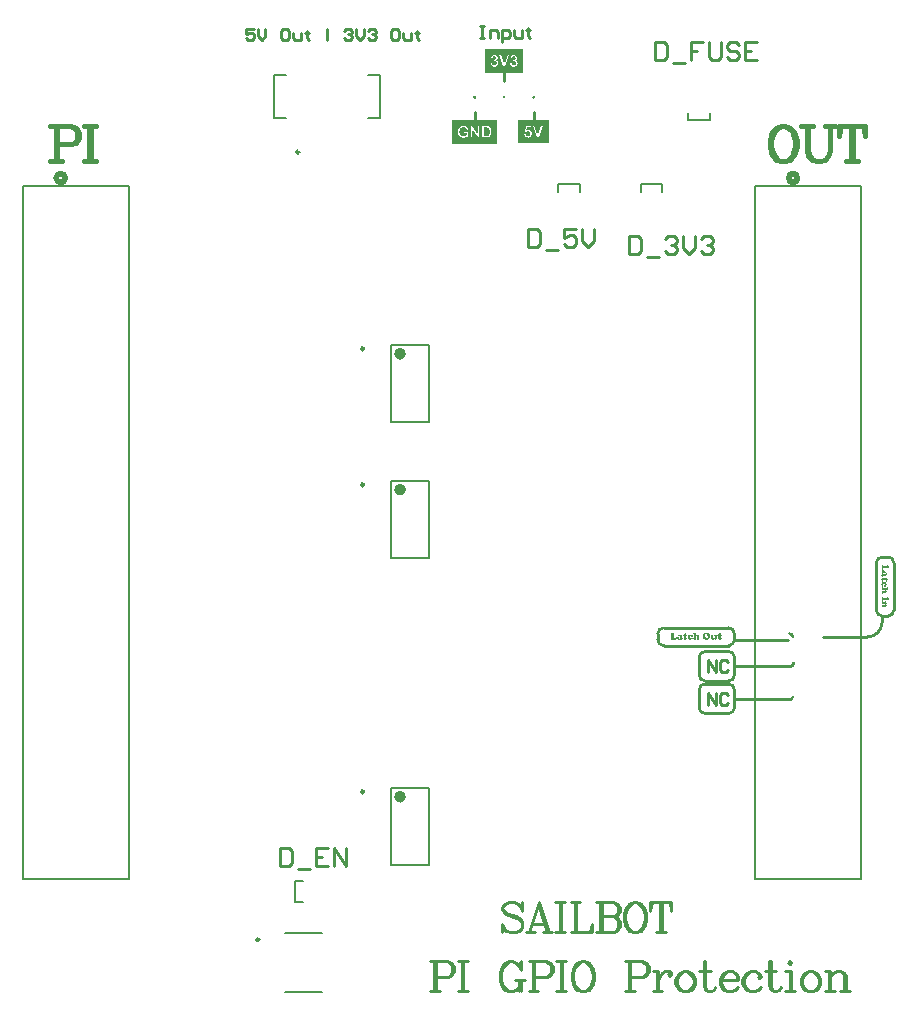
<source format=gbr>
%TF.GenerationSoftware,Altium Limited,Altium Designer,23.3.1 (30)*%
G04 Layer_Color=65535*
%FSLAX45Y45*%
%MOMM*%
%TF.SameCoordinates,CA382BF2-D798-45FE-BEC5-AB2A3CF063FF*%
%TF.FilePolarity,Positive*%
%TF.FileFunction,Legend,Top*%
%TF.Part,Single*%
G01*
G75*
%TA.AperFunction,NonConductor*%
%ADD44C,0.25400*%
%ADD45C,0.25000*%
%ADD46C,0.50800*%
%ADD47C,0.50000*%
%ADD48C,0.20000*%
%ADD49C,0.15240*%
%ADD50C,0.29400*%
%ADD51C,0.45400*%
G36*
X10141874Y10100351D02*
X9758126D01*
Y10299649D01*
X10141874D01*
Y10100351D01*
D02*
G37*
G36*
X10363443Y10700975D02*
X10036557D01*
Y10899025D01*
X10363443D01*
Y10700975D01*
D02*
G37*
G36*
X10578703Y10101183D02*
X10321297D01*
Y10298817D01*
X10578703D01*
Y10101183D01*
D02*
G37*
G36*
X13448927Y6534454D02*
X13449483Y6534269D01*
X13450130Y6533900D01*
X13450870Y6533252D01*
X13451701Y6532328D01*
X13452071Y6531773D01*
X13452441Y6531033D01*
X13452811Y6530294D01*
X13453088Y6529369D01*
Y6529277D01*
X13453181Y6529184D01*
X13453273Y6528907D01*
X13453366Y6528537D01*
X13453458Y6528167D01*
X13453551Y6527613D01*
X13453828Y6526226D01*
X13454105Y6524562D01*
X13454382Y6522620D01*
X13454475Y6520216D01*
X13454567Y6517627D01*
Y6514761D01*
X13454475Y6513004D01*
X13454382Y6510970D01*
X13454198Y6508936D01*
X13453920Y6506995D01*
X13453828Y6506163D01*
X13453642Y6505331D01*
Y6505238D01*
X13453551Y6505146D01*
Y6504868D01*
X13453458Y6504499D01*
X13453088Y6503666D01*
X13452626Y6502649D01*
X13452071Y6501725D01*
X13451239Y6500893D01*
X13450777Y6500523D01*
X13450314Y6500246D01*
X13449760Y6500153D01*
X13449113Y6500061D01*
X13449020D01*
X13448927D01*
X13448373Y6500153D01*
X13447633Y6500338D01*
X13446986Y6500800D01*
X13446893Y6500985D01*
X13446709Y6501170D01*
X13446524Y6501448D01*
X13446246Y6501910D01*
X13445969Y6502557D01*
X13445599Y6503297D01*
X13445137Y6504221D01*
Y6504314D01*
X13445044Y6504499D01*
X13444582Y6505053D01*
X13444305Y6505423D01*
X13443843Y6505700D01*
X13443381Y6506070D01*
X13442732Y6506255D01*
X13442641D01*
X13442363Y6506348D01*
X13441901D01*
X13441161Y6506440D01*
X13440051Y6506533D01*
X13438757D01*
X13437093Y6506625D01*
X13436169D01*
X13435059D01*
X13415552D01*
X13415459D01*
X13415274D01*
X13414903D01*
X13414534D01*
X13413332Y6506533D01*
X13412038Y6506440D01*
X13410558Y6506348D01*
X13409172Y6506163D01*
X13407970Y6505885D01*
X13407507Y6505700D01*
X13407045Y6505516D01*
X13406953Y6505423D01*
X13406676Y6505238D01*
X13406305Y6504868D01*
X13405936Y6504221D01*
X13405566Y6503482D01*
X13405196Y6502465D01*
X13404919Y6501170D01*
X13404826Y6499598D01*
Y6498766D01*
X13404919Y6497934D01*
X13405103Y6496825D01*
X13405380Y6495623D01*
X13405751Y6494328D01*
X13406213Y6493126D01*
X13406953Y6492017D01*
X13407045Y6491925D01*
X13407323Y6491555D01*
X13407877Y6491092D01*
X13408617Y6490445D01*
X13409541Y6489798D01*
X13410651Y6489151D01*
X13412038Y6488504D01*
X13413609Y6488041D01*
X13413702D01*
X13414072Y6487856D01*
X13414534Y6487672D01*
X13414996Y6487394D01*
X13415552Y6487024D01*
X13415921Y6486562D01*
X13416290Y6485915D01*
X13416383Y6485175D01*
Y6484805D01*
X13416290Y6484343D01*
X13416106Y6483881D01*
X13415921Y6483234D01*
X13415552Y6482679D01*
X13414996Y6482032D01*
X13414349Y6481477D01*
X13414256Y6481385D01*
X13413979Y6481200D01*
X13413518Y6481015D01*
X13412962Y6480737D01*
X13412131Y6480460D01*
X13411298Y6480183D01*
X13410281Y6480090D01*
X13409079Y6479998D01*
X13408987D01*
X13408801D01*
X13408524D01*
X13408154Y6480090D01*
X13407692D01*
X13407138Y6480183D01*
X13405658Y6480460D01*
X13403995Y6480922D01*
X13402145Y6481662D01*
X13400018Y6482679D01*
X13398909Y6483234D01*
X13397800Y6483973D01*
X13397707Y6484066D01*
X13397522Y6484158D01*
X13397153Y6484436D01*
X13396782Y6484713D01*
X13395857Y6485360D01*
X13395488Y6485730D01*
X13395210Y6486100D01*
X13395119Y6486285D01*
X13394933Y6486747D01*
X13394656Y6487487D01*
X13394563Y6488411D01*
X13395673Y6497842D01*
Y6528537D01*
X13395766Y6529184D01*
X13395950Y6530479D01*
X13396135Y6531126D01*
X13396320Y6531681D01*
X13396413Y6531773D01*
X13396506Y6531958D01*
X13396690Y6532235D01*
X13397060Y6532513D01*
X13397430Y6532883D01*
X13397984Y6533160D01*
X13398540Y6533345D01*
X13399278Y6533437D01*
X13399371D01*
X13399464D01*
X13399927Y6533345D01*
X13400481Y6533160D01*
X13400943Y6532883D01*
X13401035Y6532698D01*
X13401221Y6532513D01*
X13401405Y6532235D01*
X13401683Y6531866D01*
X13401961Y6531403D01*
X13402237Y6530756D01*
X13402608Y6530016D01*
X13402699Y6529924D01*
X13402792Y6529647D01*
X13403069Y6529184D01*
X13403439Y6528722D01*
X13403902Y6528167D01*
X13404456Y6527705D01*
X13405103Y6527243D01*
X13405843Y6526965D01*
X13405936D01*
X13406213Y6526873D01*
X13406860Y6526780D01*
X13407230D01*
X13407785Y6526688D01*
X13408339Y6526596D01*
X13409079D01*
X13409911Y6526503D01*
X13410835D01*
X13411945D01*
X13413147Y6526411D01*
X13414534D01*
X13416013D01*
X13416106D01*
X13416199D01*
X13416753D01*
X13417677D01*
X13418880D01*
X13420544D01*
X13422485Y6526503D01*
X13424704D01*
X13427293Y6526596D01*
X13427385D01*
X13427570D01*
X13427940D01*
X13428494D01*
X13429050D01*
X13429697Y6526688D01*
X13431268D01*
X13433025Y6526780D01*
X13434782D01*
X13436446Y6526873D01*
X13437926D01*
X13438110D01*
X13438480D01*
X13439035D01*
X13439774Y6526965D01*
X13441347Y6527058D01*
X13441994Y6527243D01*
X13442548Y6527428D01*
X13442641D01*
X13442732Y6527520D01*
X13443288Y6527890D01*
X13443565Y6528167D01*
X13443843Y6528537D01*
X13444119Y6528999D01*
X13444397Y6529647D01*
X13444490Y6529739D01*
X13444582Y6530109D01*
X13444768Y6530571D01*
X13444952Y6531126D01*
X13445506Y6532328D01*
X13445784Y6532790D01*
X13445969Y6533160D01*
X13446062Y6533252D01*
X13446153Y6533345D01*
X13446709Y6533807D01*
X13447449Y6534362D01*
X13447911Y6534454D01*
X13448373Y6534547D01*
X13448558D01*
X13448927Y6534454D01*
D02*
G37*
G36*
X13406953Y6479351D02*
X13407785Y6479258D01*
X13408894Y6478981D01*
X13410097Y6478518D01*
X13411391Y6477964D01*
X13412778Y6477039D01*
X13414072Y6475837D01*
X13414165Y6475745D01*
X13414349Y6475560D01*
X13414534Y6475282D01*
X13414903Y6474820D01*
X13415366Y6474173D01*
X13415736Y6473526D01*
X13416290Y6472694D01*
X13416753Y6471677D01*
X13417308Y6470567D01*
X13417770Y6469365D01*
X13418233Y6467978D01*
X13418602Y6466499D01*
X13418971Y6464835D01*
X13419249Y6463078D01*
X13419434Y6461229D01*
X13419527Y6459195D01*
Y6458363D01*
X13419620Y6457901D01*
X13419711Y6456884D01*
X13419804Y6456421D01*
X13419989Y6456144D01*
X13420081Y6456052D01*
X13420451Y6455774D01*
X13420729Y6455682D01*
X13421098Y6455589D01*
X13421654Y6455497D01*
X13422208D01*
X13422301D01*
X13422392D01*
X13422948D01*
X13423779D01*
X13424704Y6455589D01*
X13425813Y6455682D01*
X13426923Y6455867D01*
X13427940Y6456144D01*
X13428772Y6456421D01*
X13428865D01*
X13429050Y6456606D01*
X13429419Y6456791D01*
X13429790Y6457161D01*
X13430159Y6457531D01*
X13430528Y6458086D01*
X13430714Y6458733D01*
X13430806Y6459472D01*
Y6459657D01*
X13430714Y6460212D01*
X13430437Y6460952D01*
X13429974Y6461784D01*
X13429790Y6461969D01*
X13429604Y6462154D01*
X13429327Y6462431D01*
X13428957Y6462801D01*
X13428494Y6463171D01*
X13427940Y6463633D01*
X13427200Y6464188D01*
X13427107D01*
X13427016Y6464373D01*
X13426738Y6464558D01*
X13426369Y6464835D01*
X13425536Y6465575D01*
X13424519Y6466592D01*
X13423502Y6467794D01*
X13422670Y6469180D01*
X13422301Y6469828D01*
X13422115Y6470567D01*
X13421930Y6471399D01*
X13421838Y6472139D01*
Y6472509D01*
X13421930Y6472879D01*
X13422023Y6473341D01*
X13422392Y6474450D01*
X13422670Y6475005D01*
X13423039Y6475560D01*
X13423132Y6475652D01*
X13423317Y6475745D01*
X13423595Y6475930D01*
X13423965Y6476207D01*
X13424982Y6476669D01*
X13425536Y6476762D01*
X13426276Y6476854D01*
X13426369D01*
X13426646D01*
X13427016Y6476762D01*
X13427570Y6476669D01*
X13428125Y6476484D01*
X13428865Y6476207D01*
X13429604Y6475837D01*
X13430344Y6475282D01*
X13430437Y6475190D01*
X13430714Y6475005D01*
X13431084Y6474635D01*
X13431546Y6474081D01*
X13432101Y6473433D01*
X13432748Y6472694D01*
X13433302Y6471769D01*
X13433949Y6470752D01*
X13434042Y6470660D01*
X13434135Y6470382D01*
X13434320Y6470012D01*
X13434596Y6469458D01*
X13434874Y6468718D01*
X13435245Y6467886D01*
X13435614Y6466961D01*
X13435983Y6465852D01*
X13436354Y6464742D01*
X13436723Y6463448D01*
X13437370Y6460767D01*
X13437833Y6457808D01*
X13438017Y6456237D01*
Y6453925D01*
X13437926Y6453463D01*
Y6452816D01*
X13437833Y6452076D01*
X13437556Y6450319D01*
X13437093Y6448378D01*
X13436446Y6446251D01*
X13435522Y6444217D01*
X13434320Y6442183D01*
X13434227Y6442091D01*
X13433949Y6441721D01*
X13433580Y6441259D01*
X13433025Y6440704D01*
X13432286Y6440057D01*
X13431546Y6439410D01*
X13430621Y6438855D01*
X13429697Y6438393D01*
X13429604Y6438300D01*
X13429234Y6438208D01*
X13428680Y6438023D01*
X13427847Y6437838D01*
X13426831Y6437653D01*
X13425629Y6437468D01*
X13424242Y6437283D01*
X13422670D01*
X13416290Y6437375D01*
X13416199D01*
X13416013D01*
X13415643D01*
X13415274D01*
X13414072Y6437283D01*
X13412778D01*
X13411298Y6437191D01*
X13409911Y6437006D01*
X13408710Y6436728D01*
X13408247Y6436636D01*
X13407785Y6436451D01*
X13407600Y6436358D01*
X13407230Y6436174D01*
X13406767Y6435896D01*
X13406490Y6435526D01*
Y6435434D01*
X13406398Y6435157D01*
X13406305Y6434602D01*
X13406120Y6433770D01*
Y6433677D01*
X13406029Y6433585D01*
X13405751Y6433030D01*
X13405566Y6432845D01*
X13405196Y6432568D01*
X13404826Y6432475D01*
X13404271Y6432383D01*
X13404179D01*
X13403902D01*
X13403532Y6432475D01*
X13402977Y6432568D01*
X13402330Y6432753D01*
X13401590Y6433123D01*
X13400851Y6433492D01*
X13400018Y6434047D01*
X13399927Y6434140D01*
X13399649Y6434324D01*
X13399278Y6434694D01*
X13398724Y6435157D01*
X13398169Y6435711D01*
X13397522Y6436451D01*
X13396875Y6437283D01*
X13396320Y6438208D01*
X13396228Y6438393D01*
X13396043Y6438762D01*
X13395766Y6439410D01*
X13395488Y6440242D01*
X13395119Y6441259D01*
X13394841Y6442461D01*
X13394656Y6443663D01*
X13394563Y6444957D01*
Y6445142D01*
X13394656Y6445697D01*
X13394748Y6446529D01*
X13394933Y6447453D01*
X13395303Y6448655D01*
X13395857Y6449765D01*
X13396506Y6450967D01*
X13397522Y6451984D01*
X13397615D01*
X13397707Y6452168D01*
X13398077Y6452538D01*
X13398447Y6453093D01*
X13398631Y6453370D01*
Y6453833D01*
X13398540Y6454202D01*
X13398169Y6454942D01*
X13397984Y6455404D01*
X13397615Y6455867D01*
X13397522Y6456052D01*
X13397153Y6456606D01*
X13396690Y6457531D01*
X13396135Y6458640D01*
X13395488Y6460120D01*
X13395026Y6461784D01*
X13394656Y6463633D01*
X13394563Y6465575D01*
Y6466499D01*
X13394656Y6467516D01*
X13394841Y6468811D01*
X13395119Y6470197D01*
X13395581Y6471677D01*
X13396135Y6473156D01*
X13396875Y6474543D01*
X13396967Y6474635D01*
X13397153Y6474913D01*
X13397522Y6475375D01*
X13397984Y6475837D01*
X13398540Y6476392D01*
X13399278Y6477039D01*
X13400018Y6477594D01*
X13400943Y6478149D01*
X13401035Y6478241D01*
X13401405Y6478333D01*
X13401868Y6478518D01*
X13402608Y6478796D01*
X13403346Y6479073D01*
X13404271Y6479258D01*
X13405196Y6479351D01*
X13406213Y6479443D01*
X13406305D01*
X13406398D01*
X13406953Y6479351D01*
D02*
G37*
G36*
X13434412Y6431551D02*
X13435059Y6431273D01*
X13435614Y6430811D01*
X13447818Y6411395D01*
X13447911Y6411303D01*
X13448003Y6410841D01*
X13448096Y6410286D01*
X13448187Y6409546D01*
Y6405940D01*
X13448096Y6405571D01*
X13448003Y6405108D01*
X13447726Y6404739D01*
X13447633Y6404646D01*
X13447356Y6404554D01*
X13446709Y6404461D01*
X13446339Y6404369D01*
X13445784D01*
X13440051D01*
X13439960D01*
X13439867D01*
X13439404Y6404276D01*
X13438850Y6404184D01*
X13438388Y6403999D01*
X13438295Y6403906D01*
X13438203Y6403629D01*
X13438110Y6403074D01*
X13438017Y6402242D01*
Y6394106D01*
X13437926Y6393551D01*
X13437833Y6392904D01*
X13437648Y6392534D01*
X13437463Y6392349D01*
X13437370Y6392257D01*
X13436908Y6392072D01*
X13436630D01*
X13436169Y6391980D01*
X13435614Y6391887D01*
X13434967D01*
X13432471D01*
X13432378D01*
X13432101D01*
X13431824D01*
X13431361Y6391980D01*
X13430437Y6392072D01*
X13429974Y6392257D01*
X13429604Y6392442D01*
X13429512Y6392534D01*
X13429234Y6392904D01*
X13428957Y6393551D01*
X13428865Y6394014D01*
Y6402520D01*
X13428772Y6402982D01*
X13428680Y6403537D01*
X13428403Y6403999D01*
X13428310Y6404091D01*
X13428033Y6404184D01*
X13427570Y6404276D01*
X13426831Y6404369D01*
X13412500D01*
X13412408D01*
X13412038D01*
X13411575Y6404276D01*
X13411021Y6404184D01*
X13409634Y6403814D01*
X13408894Y6403537D01*
X13408247Y6403167D01*
X13408154Y6403074D01*
X13407970Y6402889D01*
X13407785Y6402612D01*
X13407507Y6402242D01*
X13406953Y6401225D01*
X13406767Y6400670D01*
X13406676Y6399931D01*
Y6399653D01*
X13406767Y6399284D01*
X13406860Y6398729D01*
X13407045Y6398082D01*
X13407323Y6397342D01*
X13407692Y6396510D01*
X13408247Y6395493D01*
X13408339Y6395400D01*
X13408432Y6395123D01*
X13408524Y6394661D01*
X13408617Y6394199D01*
Y6394014D01*
X13408432Y6393551D01*
X13408063Y6392997D01*
X13407785Y6392627D01*
X13407323Y6392349D01*
X13407230D01*
X13407138Y6392257D01*
X13406583Y6391887D01*
X13405658Y6391610D01*
X13404642Y6391517D01*
X13404549D01*
X13404179D01*
X13403717Y6391702D01*
X13403069Y6391887D01*
X13402330Y6392257D01*
X13401405Y6392719D01*
X13400574Y6393459D01*
X13399649Y6394383D01*
X13399556Y6394476D01*
X13399464Y6394661D01*
X13399187Y6395031D01*
X13398816Y6395493D01*
X13398447Y6396048D01*
X13398077Y6396695D01*
X13397615Y6397527D01*
X13397153Y6398452D01*
X13396597Y6399469D01*
X13396135Y6400578D01*
X13395396Y6403074D01*
X13394748Y6405848D01*
X13394656Y6407420D01*
X13394563Y6408992D01*
Y6409639D01*
X13394656Y6410101D01*
Y6410748D01*
X13394748Y6411395D01*
X13395026Y6412967D01*
X13395488Y6414724D01*
X13396135Y6416480D01*
X13397060Y6418330D01*
X13398354Y6419994D01*
X13398447D01*
X13398540Y6420179D01*
X13399094Y6420641D01*
X13399927Y6421288D01*
X13401035Y6422028D01*
X13402515Y6422767D01*
X13404179Y6423415D01*
X13406213Y6423877D01*
X13407323Y6423969D01*
X13408432Y6424062D01*
X13428125D01*
X13428310D01*
X13428587D01*
X13429050Y6424154D01*
X13429327Y6424339D01*
X13429419D01*
X13429512Y6424524D01*
X13429604Y6424894D01*
Y6430071D01*
X13429697Y6430534D01*
X13429790Y6431088D01*
X13429881Y6431273D01*
X13429974Y6431458D01*
X13430067D01*
X13430344Y6431551D01*
X13430899Y6431643D01*
X13431361Y6431736D01*
X13431824D01*
X13433765D01*
X13433858D01*
X13433949D01*
X13434412Y6431551D01*
D02*
G37*
G36*
X13416937Y6389391D02*
X13417586D01*
X13418417Y6389298D01*
X13419434Y6389113D01*
X13420451Y6388836D01*
X13421654Y6388559D01*
X13422855Y6388189D01*
X13424149Y6387634D01*
X13425444Y6387079D01*
X13426738Y6386340D01*
X13428125Y6385508D01*
X13429419Y6384491D01*
X13430714Y6383381D01*
X13431915Y6382087D01*
X13432008Y6381994D01*
X13432193Y6381717D01*
X13432471Y6381347D01*
X13432840Y6380792D01*
X13433302Y6380145D01*
X13433858Y6379313D01*
X13434412Y6378389D01*
X13434967Y6377279D01*
X13435522Y6376170D01*
X13436076Y6374875D01*
X13436630Y6373488D01*
X13437093Y6371917D01*
X13437463Y6370345D01*
X13437740Y6368681D01*
X13437926Y6366924D01*
X13438017Y6365075D01*
Y6364335D01*
X13437926Y6363781D01*
Y6363133D01*
X13437833Y6362394D01*
X13437740Y6361469D01*
X13437556Y6360545D01*
X13437093Y6358511D01*
X13436446Y6356199D01*
X13435522Y6353888D01*
X13434227Y6351669D01*
Y6351576D01*
X13434042Y6351391D01*
X13433858Y6351206D01*
X13433580Y6350837D01*
X13432840Y6349912D01*
X13431731Y6348895D01*
X13430437Y6347971D01*
X13428957Y6347046D01*
X13428125Y6346676D01*
X13427200Y6346491D01*
X13426276Y6346306D01*
X13425259Y6346214D01*
X13425073D01*
X13424612D01*
X13423965Y6346306D01*
X13423132Y6346491D01*
X13422208Y6346861D01*
X13421191Y6347323D01*
X13420174Y6347971D01*
X13419249Y6348803D01*
X13419157Y6348895D01*
X13418880Y6349172D01*
X13418510Y6349727D01*
X13418140Y6350374D01*
X13417770Y6351206D01*
X13417400Y6352224D01*
X13417123Y6353333D01*
X13417030Y6354535D01*
Y6355090D01*
X13417215Y6355737D01*
X13417400Y6356476D01*
X13417677Y6357401D01*
X13418140Y6358233D01*
X13418787Y6359065D01*
X13419620Y6359805D01*
X13419804Y6359897D01*
X13420081Y6359990D01*
X13420451Y6360175D01*
X13421005Y6360452D01*
X13421745Y6360729D01*
X13422670Y6361099D01*
X13423779Y6361469D01*
X13423965Y6361562D01*
X13424335Y6361654D01*
X13424889Y6362024D01*
X13425536Y6362394D01*
X13426183Y6363041D01*
X13426738Y6363781D01*
X13427107Y6364705D01*
X13427293Y6365815D01*
Y6366184D01*
X13427200Y6366647D01*
X13427016Y6367201D01*
X13426831Y6367756D01*
X13426460Y6368496D01*
X13425906Y6369143D01*
X13425259Y6369790D01*
X13425166Y6369883D01*
X13424889Y6370068D01*
X13424426Y6370252D01*
X13423872Y6370530D01*
X13423132Y6370900D01*
X13422301Y6371085D01*
X13421376Y6371269D01*
X13420267Y6371362D01*
X13420174D01*
X13420081D01*
X13419804D01*
X13419434Y6371269D01*
X13418417Y6371177D01*
X13417215Y6370900D01*
X13415828Y6370437D01*
X13414256Y6369790D01*
X13412778Y6368866D01*
X13411206Y6367664D01*
X13411113Y6367479D01*
X13410744Y6367109D01*
X13410188Y6366462D01*
X13409634Y6365630D01*
X13408987Y6364520D01*
X13408524Y6363226D01*
X13408154Y6361839D01*
X13407970Y6360175D01*
Y6359435D01*
X13408063Y6358973D01*
X13408154Y6357771D01*
X13408339Y6356661D01*
Y6356569D01*
X13408432Y6356384D01*
X13408524Y6356107D01*
X13408710Y6355644D01*
X13408894Y6355090D01*
X13409079Y6354442D01*
X13409448Y6353703D01*
X13409819Y6352871D01*
X13409911Y6352778D01*
X13410004Y6352501D01*
X13410097Y6352039D01*
Y6351299D01*
X13410004Y6351022D01*
X13409911Y6350652D01*
X13409726Y6350282D01*
X13409541Y6349820D01*
X13409172Y6349450D01*
X13408710Y6348988D01*
X13408617Y6348895D01*
X13408524Y6348803D01*
X13408247Y6348618D01*
X13407877Y6348433D01*
X13406860Y6348063D01*
X13406213Y6347878D01*
X13405566D01*
X13405473D01*
X13405196D01*
X13404826Y6347971D01*
X13404364Y6348063D01*
X13403717Y6348248D01*
X13403069Y6348525D01*
X13402330Y6348895D01*
X13401498Y6349450D01*
X13401405Y6349542D01*
X13401128Y6349727D01*
X13400758Y6350097D01*
X13400296Y6350559D01*
X13399741Y6351114D01*
X13399094Y6351854D01*
X13398540Y6352686D01*
X13397893Y6353610D01*
Y6353703D01*
X13397707Y6353888D01*
X13397615Y6354165D01*
X13397337Y6354535D01*
X13397153Y6355090D01*
X13396875Y6355737D01*
X13396506Y6356476D01*
X13396228Y6357309D01*
X13395581Y6359158D01*
X13395119Y6361377D01*
X13394748Y6363873D01*
X13394563Y6366647D01*
Y6367479D01*
X13394656Y6368126D01*
X13394748Y6368866D01*
X13394841Y6369790D01*
X13395026Y6370715D01*
X13395210Y6371824D01*
X13395766Y6374136D01*
X13396690Y6376632D01*
X13397244Y6377926D01*
X13397893Y6379128D01*
X13398724Y6380330D01*
X13399556Y6381532D01*
X13399649Y6381625D01*
X13399834Y6381902D01*
X13400203Y6382272D01*
X13400758Y6382734D01*
X13401405Y6383381D01*
X13402145Y6384028D01*
X13403069Y6384768D01*
X13404086Y6385508D01*
X13405196Y6386247D01*
X13406398Y6386987D01*
X13407785Y6387634D01*
X13409264Y6388281D01*
X13410835Y6388744D01*
X13412408Y6389113D01*
X13414165Y6389391D01*
X13416013Y6389483D01*
X13416106D01*
X13416476D01*
X13416937Y6389391D01*
D02*
G37*
G36*
X13400388Y6344087D02*
X13401035Y6343995D01*
X13401498Y6343718D01*
X13401590Y6343625D01*
X13401961Y6343255D01*
X13402237Y6342978D01*
X13402608Y6342516D01*
X13402977Y6342053D01*
X13403439Y6341406D01*
X13403532Y6341314D01*
X13403717Y6341129D01*
X13404086Y6340851D01*
X13404642Y6340574D01*
X13405380Y6340204D01*
X13406490Y6339834D01*
X13407877Y6339557D01*
X13409541Y6339280D01*
X13409634D01*
X13409819D01*
X13410097Y6339187D01*
X13410558D01*
X13411113Y6339095D01*
X13411760D01*
X13412592Y6339002D01*
X13413518Y6338910D01*
X13414626D01*
X13415828Y6338817D01*
X13417215D01*
X13418787Y6338725D01*
X13420451D01*
X13422208Y6338632D01*
X13424149D01*
X13426276D01*
X13426369D01*
X13426646D01*
X13427107D01*
X13427756D01*
X13428494D01*
X13429327D01*
X13431268Y6338725D01*
X13433395D01*
X13435522Y6338817D01*
X13437370Y6338910D01*
X13438203Y6339002D01*
X13438942Y6339095D01*
X13439035D01*
X13439127D01*
X13439682Y6339280D01*
X13440329Y6339465D01*
X13440884Y6339742D01*
X13440976Y6339834D01*
X13441254Y6340112D01*
X13441716Y6340667D01*
X13442178Y6341406D01*
X13442271Y6341499D01*
X13442456Y6341776D01*
X13442732Y6342238D01*
X13443103Y6342701D01*
X13443472Y6343163D01*
X13444028Y6343625D01*
X13444675Y6343902D01*
X13445322Y6343995D01*
X13445415D01*
X13445692D01*
X13446062Y6343902D01*
X13446524Y6343718D01*
X13447079Y6343533D01*
X13447633Y6343163D01*
X13448187Y6342701D01*
X13448743Y6342053D01*
X13448836Y6341961D01*
X13448927Y6341684D01*
X13449205Y6341129D01*
X13449574Y6340297D01*
X13450037Y6339280D01*
X13450499Y6337985D01*
X13451054Y6336321D01*
X13451608Y6334380D01*
Y6334287D01*
X13451701Y6334010D01*
X13451794Y6333640D01*
X13451979Y6333085D01*
X13452071Y6332438D01*
X13452255Y6331698D01*
X13452718Y6329942D01*
X13453088Y6328000D01*
X13453366Y6325966D01*
X13453642Y6324024D01*
X13453735Y6322175D01*
Y6321805D01*
X13453642Y6321343D01*
X13453458Y6320973D01*
X13453181Y6320511D01*
X13452811Y6320141D01*
X13452348Y6319864D01*
X13451608Y6319771D01*
X13433765Y6320326D01*
X13433672D01*
X13433302D01*
X13432748Y6320234D01*
X13432193Y6320141D01*
X13431638Y6319864D01*
X13431084Y6319587D01*
X13430714Y6319032D01*
X13430621Y6318385D01*
Y6318200D01*
X13430806Y6317737D01*
X13430991Y6317460D01*
X13431177Y6317090D01*
X13431546Y6316720D01*
X13432008Y6316351D01*
X13432101Y6316258D01*
X13432286Y6316166D01*
X13432562Y6315888D01*
X13432933Y6315611D01*
X13433949Y6314686D01*
X13435059Y6313484D01*
X13436076Y6311913D01*
X13437093Y6309971D01*
X13437463Y6308954D01*
X13437740Y6307845D01*
X13437926Y6306643D01*
X13438017Y6305348D01*
Y6304701D01*
X13437926Y6304239D01*
Y6303684D01*
X13437833Y6303037D01*
X13437463Y6301465D01*
X13437001Y6299801D01*
X13436261Y6297952D01*
X13435245Y6296195D01*
X13434596Y6295363D01*
X13433858Y6294623D01*
X13433765Y6294531D01*
X13433487Y6294346D01*
X13433118Y6294069D01*
X13432655Y6293606D01*
X13432008Y6293237D01*
X13431268Y6292867D01*
X13430437Y6292404D01*
X13429512Y6292127D01*
X13429419D01*
X13429050Y6292035D01*
X13428494Y6291850D01*
X13427663Y6291757D01*
X13426646Y6291572D01*
X13425444Y6291480D01*
X13423965Y6291387D01*
X13422301Y6291295D01*
X13406953Y6290925D01*
X13406860D01*
X13406676D01*
X13406305Y6290833D01*
X13405843D01*
X13404919Y6290648D01*
X13403995Y6290370D01*
X13403809Y6290278D01*
X13403346Y6289908D01*
X13403069Y6289538D01*
X13402608Y6289169D01*
X13402145Y6288614D01*
X13401683Y6288059D01*
Y6287967D01*
X13401498Y6287874D01*
X13401035Y6287412D01*
X13400296Y6287042D01*
X13399834Y6286950D01*
X13399371Y6286857D01*
X13399278D01*
X13399187D01*
X13398631Y6287042D01*
X13398354Y6287319D01*
X13397984Y6287597D01*
X13397522Y6288059D01*
X13397153Y6288614D01*
X13396690Y6289353D01*
X13396320Y6290278D01*
X13395857Y6291387D01*
X13395581Y6292682D01*
X13395303Y6294254D01*
X13395026Y6296103D01*
X13394933Y6298322D01*
X13394841Y6300726D01*
Y6301835D01*
X13394933Y6302667D01*
Y6303592D01*
X13395026Y6304609D01*
X13395396Y6306828D01*
X13395857Y6309139D01*
X13396228Y6310156D01*
X13396597Y6311081D01*
X13397153Y6311913D01*
X13397707Y6312467D01*
X13398354Y6312837D01*
X13399094Y6313022D01*
X13399187D01*
X13399556D01*
X13399834Y6312930D01*
X13400203Y6312837D01*
X13400296Y6312745D01*
X13400574Y6312560D01*
X13400851Y6312375D01*
X13401221Y6312098D01*
X13401683Y6311820D01*
X13402237Y6311358D01*
X13402330Y6311266D01*
X13402792Y6311081D01*
X13403069Y6310896D01*
X13403439Y6310803D01*
X13403995Y6310618D01*
X13404549Y6310433D01*
X13405289Y6310248D01*
X13406120Y6310064D01*
X13407045Y6309971D01*
X13408154Y6309786D01*
X13409357Y6309694D01*
X13410744Y6309601D01*
X13412222Y6309509D01*
X13413887D01*
X13413979D01*
X13414165D01*
X13414442D01*
X13414812D01*
X13415828Y6309601D01*
X13417030D01*
X13418417Y6309786D01*
X13419804Y6309971D01*
X13421098Y6310248D01*
X13422208Y6310618D01*
X13422392Y6310711D01*
X13422763Y6310896D01*
X13423317Y6311266D01*
X13423965Y6311728D01*
X13424612Y6312467D01*
X13425166Y6313300D01*
X13425536Y6314317D01*
X13425722Y6315611D01*
Y6316073D01*
X13425629Y6316535D01*
X13425444Y6317090D01*
X13425259Y6317737D01*
X13424889Y6318292D01*
X13424426Y6318939D01*
X13423779Y6319494D01*
X13423688D01*
X13423502Y6319587D01*
X13423132Y6319771D01*
X13422670Y6319864D01*
X13421930Y6320049D01*
X13421098Y6320234D01*
X13419989Y6320326D01*
X13418695D01*
X13410466D01*
X13410373D01*
X13410281D01*
X13410004D01*
X13409634Y6320234D01*
X13408710D01*
X13407692Y6320141D01*
X13406583Y6320049D01*
X13405658D01*
X13404826Y6319956D01*
X13404549Y6319864D01*
X13404364D01*
X13404179Y6319771D01*
X13403717Y6319494D01*
X13403346Y6319309D01*
X13402885Y6318939D01*
X13402330Y6318477D01*
X13401683Y6317922D01*
X13401498Y6317830D01*
X13401035Y6317460D01*
X13400388Y6317183D01*
X13399556Y6317090D01*
X13399464D01*
X13399371D01*
X13398816Y6317275D01*
X13398447Y6317460D01*
X13398077Y6317737D01*
X13397615Y6318107D01*
X13397244Y6318662D01*
X13396782Y6319309D01*
X13396320Y6320141D01*
X13395950Y6321158D01*
X13395581Y6322360D01*
X13395303Y6323747D01*
X13395026Y6325411D01*
X13394933Y6327353D01*
X13394841Y6329572D01*
Y6330959D01*
X13394933Y6331883D01*
X13395026Y6332993D01*
X13395119Y6334195D01*
X13395488Y6336876D01*
X13396043Y6339557D01*
X13396413Y6340759D01*
X13396875Y6341868D01*
X13397430Y6342793D01*
X13398169Y6343533D01*
X13398909Y6343995D01*
X13399741Y6344180D01*
X13399834D01*
X13399927D01*
X13400388Y6344087D01*
D02*
G37*
G36*
X13449297Y6263003D02*
X13449667Y6262911D01*
X13450130Y6262634D01*
X13450684Y6262356D01*
X13451147Y6261894D01*
X13451517Y6261339D01*
X13451608Y6261247D01*
X13451701Y6260969D01*
X13451886Y6260507D01*
X13452164Y6259860D01*
X13452533Y6259028D01*
X13452811Y6258011D01*
X13453181Y6256716D01*
X13453551Y6255145D01*
Y6255052D01*
X13453642Y6254867D01*
Y6254590D01*
X13453735Y6254220D01*
X13453828Y6253758D01*
X13453920Y6253203D01*
X13454105Y6251816D01*
X13454289Y6250152D01*
X13454382Y6248303D01*
X13454567Y6246361D01*
Y6242571D01*
X13454475Y6241369D01*
X13454382Y6239982D01*
X13454198Y6238410D01*
X13453735Y6235174D01*
Y6235082D01*
X13453642Y6234897D01*
Y6234619D01*
X13453458Y6234250D01*
X13453181Y6233325D01*
X13452718Y6232308D01*
X13451979Y6231291D01*
X13451147Y6230367D01*
X13450684Y6229997D01*
X13450130Y6229719D01*
X13449483Y6229534D01*
X13448836Y6229442D01*
X13448743D01*
X13448650D01*
X13448187Y6229534D01*
X13447540Y6229627D01*
X13446986Y6229997D01*
X13446893Y6230089D01*
X13446709Y6230274D01*
X13446524Y6230551D01*
X13446246Y6230921D01*
X13445969Y6231476D01*
X13445599Y6232123D01*
X13445137Y6232955D01*
Y6233048D01*
X13444952Y6233233D01*
X13444675Y6233602D01*
X13444305Y6233972D01*
X13443658Y6234435D01*
X13442918Y6234897D01*
X13441994Y6235267D01*
X13440884Y6235544D01*
X13440698D01*
X13440514Y6235637D01*
X13440237D01*
X13439867D01*
X13439313Y6235729D01*
X13438757D01*
X13438017Y6235821D01*
X13437186Y6235914D01*
X13436261D01*
X13435245Y6236006D01*
X13434042D01*
X13432748D01*
X13431268Y6236099D01*
X13429697D01*
X13427940D01*
X13427756D01*
X13427200D01*
X13426460D01*
X13425351D01*
X13424057D01*
X13422578Y6236006D01*
X13421005D01*
X13419342D01*
X13415921Y6235914D01*
X13414256Y6235821D01*
X13412592Y6235729D01*
X13411113Y6235637D01*
X13409819Y6235544D01*
X13408710Y6235452D01*
X13407877Y6235267D01*
X13407785D01*
X13407692Y6235174D01*
X13407138Y6235082D01*
X13406490Y6234804D01*
X13405936Y6234435D01*
X13405843Y6234342D01*
X13405566Y6233880D01*
X13405103Y6233233D01*
X13404549Y6232216D01*
X13404456Y6232123D01*
X13404271Y6231753D01*
X13403995Y6231291D01*
X13403624Y6230829D01*
X13403069Y6230274D01*
X13402422Y6229904D01*
X13401683Y6229534D01*
X13400851Y6229442D01*
X13400665D01*
X13400296Y6229534D01*
X13399741Y6229719D01*
X13399001Y6230089D01*
X13398169Y6230736D01*
X13397430Y6231661D01*
X13397060Y6232216D01*
X13396690Y6232863D01*
X13396413Y6233695D01*
X13396135Y6234619D01*
Y6234712D01*
X13396043Y6234897D01*
Y6235174D01*
X13395950Y6235637D01*
X13395857Y6236191D01*
X13395766Y6236838D01*
X13395581Y6237578D01*
X13395488Y6238410D01*
X13395396Y6239427D01*
X13395210Y6240444D01*
X13395026Y6242756D01*
X13394933Y6245437D01*
X13394841Y6248303D01*
Y6249597D01*
X13394933Y6250429D01*
X13395026Y6251539D01*
X13395119Y6252648D01*
X13395488Y6255237D01*
X13396135Y6257826D01*
X13396506Y6258935D01*
X13397060Y6260045D01*
X13397615Y6260877D01*
X13398354Y6261617D01*
X13399094Y6261986D01*
X13400018Y6262171D01*
X13400111D01*
X13400388D01*
X13400758Y6261986D01*
X13401221Y6261802D01*
X13401775Y6261524D01*
X13402330Y6261062D01*
X13402977Y6260415D01*
X13403624Y6259490D01*
X13403717Y6259398D01*
X13403902Y6259120D01*
X13404179Y6258750D01*
X13404549Y6258381D01*
X13405011Y6257918D01*
X13405658Y6257549D01*
X13406398Y6257179D01*
X13407138Y6256994D01*
X13407230D01*
X13407414D01*
X13407692Y6256901D01*
X13408154D01*
X13408710Y6256809D01*
X13409448Y6256716D01*
X13410373D01*
X13411482Y6256624D01*
X13412778Y6256532D01*
X13414256Y6256439D01*
X13415921D01*
X13417862Y6256347D01*
X13419896D01*
X13422301Y6256254D01*
X13424889D01*
X13427663D01*
X13427756D01*
X13428125D01*
X13428680D01*
X13429419D01*
X13430252D01*
X13431268Y6256347D01*
X13433487D01*
X13435892Y6256532D01*
X13438203Y6256716D01*
X13439220Y6256809D01*
X13440144Y6256994D01*
X13440976Y6257179D01*
X13441624Y6257364D01*
X13441716D01*
X13441901Y6257456D01*
X13442271Y6257641D01*
X13442641Y6257918D01*
X13443195Y6258288D01*
X13443658Y6258750D01*
X13444212Y6259398D01*
X13444768Y6260137D01*
X13444859Y6260230D01*
X13444952Y6260415D01*
X13445229Y6260692D01*
X13445506Y6261062D01*
X13446062Y6261894D01*
X13446431Y6262264D01*
X13446709Y6262541D01*
X13446802Y6262634D01*
X13447263Y6262819D01*
X13447818Y6263003D01*
X13448650Y6263096D01*
X13448743D01*
X13448927D01*
X13449297Y6263003D01*
D02*
G37*
G36*
X13429327Y6227315D02*
X13429697Y6227223D01*
X13430159Y6227038D01*
X13430621Y6226761D01*
X13431084Y6226391D01*
X13431453Y6225929D01*
X13431546Y6225836D01*
X13431638Y6225651D01*
X13431915Y6225189D01*
X13432193Y6224634D01*
X13432655Y6223802D01*
X13433118Y6222693D01*
X13433672Y6221398D01*
X13434227Y6219827D01*
Y6219734D01*
X13434320Y6219642D01*
X13434505Y6219087D01*
X13434782Y6218347D01*
X13435059Y6217330D01*
X13435429Y6216128D01*
X13435892Y6214834D01*
X13436630Y6211968D01*
X13436723Y6211783D01*
X13436816Y6211321D01*
X13437001Y6210673D01*
X13437186Y6209934D01*
X13437463Y6208177D01*
X13437648Y6207437D01*
Y6206605D01*
X13437556Y6206051D01*
X13437279Y6205311D01*
X13436723Y6204664D01*
X13436539Y6204479D01*
X13436076Y6204201D01*
X13435429Y6203924D01*
X13434505Y6203739D01*
X13434320D01*
X13434042D01*
X13433487Y6203832D01*
X13433395D01*
X13433302D01*
X13432840D01*
X13432748D01*
X13432562D01*
X13432193Y6203739D01*
X13431824Y6203647D01*
X13431453Y6203462D01*
X13431084Y6203092D01*
X13430899Y6202722D01*
X13430806Y6202167D01*
Y6201983D01*
X13430991Y6201520D01*
X13431177Y6201150D01*
X13431546Y6200781D01*
X13431915Y6200411D01*
X13432471Y6199948D01*
X13432562D01*
X13432655Y6199764D01*
X13432933Y6199579D01*
X13433302Y6199301D01*
X13434135Y6198469D01*
X13435152Y6197267D01*
X13436076Y6195788D01*
X13436908Y6193939D01*
X13437279Y6192922D01*
X13437556Y6191812D01*
X13437648Y6190610D01*
X13437740Y6189316D01*
Y6188391D01*
X13437556Y6187374D01*
X13437370Y6186173D01*
X13437093Y6184693D01*
X13436539Y6183214D01*
X13435892Y6181642D01*
X13434967Y6180163D01*
X13434874Y6180070D01*
X13434596Y6179701D01*
X13434135Y6179238D01*
X13433580Y6178684D01*
X13432933Y6178036D01*
X13432101Y6177482D01*
X13431177Y6176927D01*
X13430159Y6176465D01*
X13430067Y6176372D01*
X13429697Y6176280D01*
X13429050Y6176095D01*
X13428217Y6175910D01*
X13427107Y6175633D01*
X13425722Y6175448D01*
X13424149Y6175170D01*
X13422301Y6175078D01*
X13407323Y6174523D01*
X13407230D01*
X13407045D01*
X13406767Y6174431D01*
X13406398D01*
X13405566Y6174246D01*
X13404826Y6173968D01*
X13404642Y6173876D01*
X13404456Y6173691D01*
X13404086Y6173506D01*
X13403717Y6173136D01*
X13403162Y6172674D01*
X13402515Y6172119D01*
X13401683Y6171380D01*
X13401590Y6171287D01*
X13401221Y6171010D01*
X13400665Y6170825D01*
X13399834Y6170732D01*
X13399741D01*
X13399371Y6170825D01*
X13398909Y6170917D01*
X13398262Y6171102D01*
X13397615Y6171564D01*
X13396967Y6172119D01*
X13396320Y6172951D01*
X13395857Y6174061D01*
Y6174246D01*
X13395673Y6174708D01*
X13395581Y6175078D01*
Y6175540D01*
X13395488Y6176095D01*
X13395396Y6176834D01*
X13395303Y6177574D01*
X13395210Y6178499D01*
X13395119Y6179423D01*
X13395026Y6180533D01*
X13394933Y6181735D01*
Y6183029D01*
X13394841Y6184508D01*
Y6187005D01*
X13394933Y6188022D01*
Y6189316D01*
X13395026Y6190610D01*
X13395210Y6191997D01*
X13395488Y6193292D01*
X13395766Y6194309D01*
X13395857Y6194401D01*
X13395950Y6194678D01*
X13396228Y6195141D01*
X13396597Y6195603D01*
X13397153Y6196065D01*
X13397707Y6196528D01*
X13398447Y6196805D01*
X13399278Y6196897D01*
X13399464D01*
X13399741D01*
X13400111Y6196805D01*
X13400481Y6196620D01*
X13400574Y6196528D01*
X13400943Y6196250D01*
X13401498Y6195788D01*
X13401961Y6195326D01*
X13402515Y6194863D01*
X13402608Y6194771D01*
X13402977Y6194586D01*
X13403255Y6194494D01*
X13403624Y6194309D01*
X13404086Y6194216D01*
X13404642Y6194031D01*
X13405380Y6193846D01*
X13406213Y6193754D01*
X13407138Y6193569D01*
X13408247Y6193477D01*
X13409541Y6193384D01*
X13410928Y6193292D01*
X13412592Y6193199D01*
X13414349D01*
X13414442D01*
X13414626D01*
X13414903D01*
X13415366D01*
X13416383Y6193292D01*
X13417677Y6193384D01*
X13419064Y6193569D01*
X13420544Y6193754D01*
X13421838Y6194124D01*
X13423039Y6194586D01*
X13423132Y6194678D01*
X13423410Y6194771D01*
X13423779Y6195048D01*
X13424242Y6195511D01*
X13424612Y6196065D01*
X13424982Y6196805D01*
X13425259Y6197637D01*
X13425351Y6198654D01*
Y6199116D01*
X13425259Y6199579D01*
X13425166Y6200226D01*
X13424889Y6200873D01*
X13424612Y6201520D01*
X13424149Y6202167D01*
X13423502Y6202630D01*
X13423410D01*
X13423132Y6202815D01*
X13422670Y6202907D01*
X13422023Y6203092D01*
X13421098Y6203277D01*
X13419896Y6203462D01*
X13418510Y6203554D01*
X13416846Y6203647D01*
X13408432D01*
X13408339D01*
X13408063D01*
X13407600D01*
X13407045D01*
X13405936Y6203554D01*
X13405380Y6203462D01*
X13405011Y6203369D01*
X13404826Y6203277D01*
X13404549Y6203184D01*
X13404179Y6202907D01*
X13403717Y6202630D01*
X13403069Y6202260D01*
X13402330Y6201798D01*
X13401405Y6201150D01*
X13401221Y6201058D01*
X13400851Y6200873D01*
X13400296Y6200781D01*
X13399649Y6200688D01*
X13399556D01*
X13399278Y6200781D01*
X13398816Y6200873D01*
X13398262Y6201150D01*
X13397615Y6201520D01*
X13397060Y6202167D01*
X13396413Y6203000D01*
X13395950Y6204201D01*
Y6204386D01*
X13395766Y6204849D01*
X13395581Y6205681D01*
X13395396Y6206883D01*
X13395210Y6208362D01*
X13395026Y6210304D01*
X13394933Y6212523D01*
X13394841Y6215111D01*
Y6216221D01*
X13394933Y6216960D01*
X13395026Y6217885D01*
X13395119Y6218810D01*
X13395488Y6221028D01*
X13396043Y6223155D01*
X13396413Y6224172D01*
X13396875Y6225097D01*
X13397430Y6225836D01*
X13398077Y6226391D01*
X13398816Y6226853D01*
X13399649Y6226946D01*
X13399741D01*
X13399834D01*
X13400203Y6226853D01*
X13400665Y6226761D01*
X13401128Y6226576D01*
X13401221Y6226483D01*
X13401498Y6226206D01*
X13402052Y6225651D01*
X13402330Y6225281D01*
X13402699Y6224819D01*
Y6224727D01*
X13402885Y6224634D01*
X13403255Y6224264D01*
X13403809Y6223802D01*
X13404549Y6223432D01*
X13404642D01*
X13404733Y6223340D01*
X13405103D01*
X13405566Y6223247D01*
X13406213Y6223155D01*
X13407138Y6223062D01*
X13408247Y6222970D01*
X13409634Y6222878D01*
X13409726D01*
X13409819D01*
X13410097D01*
X13410466Y6222785D01*
X13411482D01*
X13412778Y6222693D01*
X13414256D01*
X13416013Y6222600D01*
X13417862D01*
X13419804D01*
X13419896D01*
X13420267D01*
X13420821D01*
X13421376Y6222693D01*
X13422670Y6222785D01*
X13423225Y6222878D01*
X13423688Y6223062D01*
X13423872Y6223155D01*
X13424057Y6223340D01*
X13424335Y6223525D01*
X13424612Y6223895D01*
X13424982Y6224357D01*
X13425444Y6224912D01*
X13425906Y6225651D01*
X13425999Y6225744D01*
X13426091Y6225929D01*
X13426646Y6226483D01*
X13427570Y6227131D01*
X13428125Y6227315D01*
X13428680Y6227408D01*
X13428772D01*
X13428957D01*
X13429327Y6227315D01*
D02*
G37*
G36*
X11779375Y5943055D02*
X11780022D01*
X11780762Y5942962D01*
X11781686Y5942870D01*
X11782611Y5942685D01*
X11784645Y5942223D01*
X11786956Y5941576D01*
X11789268Y5940651D01*
X11791487Y5939357D01*
X11791579D01*
X11791764Y5939172D01*
X11791949Y5938987D01*
X11792319Y5938709D01*
X11793243Y5937970D01*
X11794260Y5936860D01*
X11795185Y5935566D01*
X11796110Y5934087D01*
X11796479Y5933255D01*
X11796664Y5932330D01*
X11796849Y5931405D01*
X11796942Y5930388D01*
Y5930204D01*
Y5929741D01*
X11796849Y5929094D01*
X11796664Y5928262D01*
X11796294Y5927337D01*
X11795832Y5926320D01*
X11795185Y5925303D01*
X11794353Y5924379D01*
X11794260Y5924286D01*
X11793983Y5924009D01*
X11793428Y5923639D01*
X11792781Y5923269D01*
X11791949Y5922900D01*
X11790932Y5922530D01*
X11789822Y5922252D01*
X11788621Y5922160D01*
X11788066D01*
X11787419Y5922345D01*
X11786679Y5922530D01*
X11785754Y5922807D01*
X11784922Y5923269D01*
X11784090Y5923917D01*
X11783351Y5924749D01*
X11783258Y5924934D01*
X11783166Y5925211D01*
X11782981Y5925581D01*
X11782703Y5926135D01*
X11782426Y5926875D01*
X11782056Y5927800D01*
X11781686Y5928909D01*
X11781594Y5929094D01*
X11781501Y5929464D01*
X11781132Y5930019D01*
X11780762Y5930666D01*
X11780115Y5931313D01*
X11779375Y5931868D01*
X11778450Y5932238D01*
X11777341Y5932422D01*
X11776971D01*
X11776509Y5932330D01*
X11775954Y5932145D01*
X11775399Y5931960D01*
X11774660Y5931590D01*
X11774013Y5931036D01*
X11773365Y5930388D01*
X11773273Y5930296D01*
X11773088Y5930019D01*
X11772903Y5929556D01*
X11772626Y5929002D01*
X11772256Y5928262D01*
X11772071Y5927430D01*
X11771886Y5926505D01*
X11771794Y5925396D01*
Y5925303D01*
Y5925211D01*
Y5924934D01*
X11771886Y5924564D01*
X11771978Y5923547D01*
X11772256Y5922345D01*
X11772718Y5920958D01*
X11773365Y5919386D01*
X11774290Y5917907D01*
X11775492Y5916335D01*
X11775677Y5916243D01*
X11776047Y5915873D01*
X11776694Y5915318D01*
X11777526Y5914763D01*
X11778635Y5914116D01*
X11779930Y5913654D01*
X11781317Y5913284D01*
X11782981Y5913099D01*
X11783720D01*
X11784183Y5913192D01*
X11785385Y5913284D01*
X11786494Y5913469D01*
X11786587D01*
X11786771Y5913561D01*
X11787049Y5913654D01*
X11787511Y5913839D01*
X11788066Y5914024D01*
X11788713Y5914209D01*
X11789453Y5914578D01*
X11790285Y5914948D01*
X11790377Y5915041D01*
X11790655Y5915133D01*
X11791117Y5915226D01*
X11791857D01*
X11792134Y5915133D01*
X11792504Y5915041D01*
X11792874Y5914856D01*
X11793336Y5914671D01*
X11793706Y5914301D01*
X11794168Y5913839D01*
X11794260Y5913746D01*
X11794353Y5913654D01*
X11794538Y5913377D01*
X11794723Y5913007D01*
X11795092Y5911990D01*
X11795277Y5911343D01*
Y5910695D01*
Y5910603D01*
Y5910325D01*
X11795185Y5909956D01*
X11795092Y5909493D01*
X11794908Y5908846D01*
X11794630Y5908199D01*
X11794260Y5907459D01*
X11793706Y5906627D01*
X11793613Y5906535D01*
X11793428Y5906257D01*
X11793058Y5905888D01*
X11792596Y5905425D01*
X11792041Y5904871D01*
X11791302Y5904223D01*
X11790470Y5903669D01*
X11789545Y5903021D01*
X11789453D01*
X11789268Y5902837D01*
X11788990Y5902744D01*
X11788621Y5902467D01*
X11788066Y5902282D01*
X11787419Y5902004D01*
X11786679Y5901635D01*
X11785847Y5901357D01*
X11783998Y5900710D01*
X11781779Y5900248D01*
X11779283Y5899878D01*
X11776509Y5899693D01*
X11775677D01*
X11775030Y5899786D01*
X11774290Y5899878D01*
X11773365Y5899970D01*
X11772441Y5900155D01*
X11771331Y5900340D01*
X11769020Y5900895D01*
X11766524Y5901820D01*
X11765229Y5902374D01*
X11764027Y5903021D01*
X11762825Y5903854D01*
X11761623Y5904686D01*
X11761531Y5904778D01*
X11761254Y5904963D01*
X11760884Y5905333D01*
X11760421Y5905888D01*
X11759774Y5906535D01*
X11759127Y5907274D01*
X11758387Y5908199D01*
X11757648Y5909216D01*
X11756908Y5910325D01*
X11756169Y5911527D01*
X11755521Y5912914D01*
X11754874Y5914394D01*
X11754412Y5915965D01*
X11754042Y5917537D01*
X11753765Y5919294D01*
X11753672Y5921143D01*
Y5921235D01*
Y5921605D01*
X11753765Y5922067D01*
Y5922715D01*
X11753857Y5923547D01*
X11754042Y5924564D01*
X11754319Y5925581D01*
X11754597Y5926783D01*
X11754967Y5927985D01*
X11755521Y5929279D01*
X11756076Y5930573D01*
X11756816Y5931868D01*
X11757648Y5933255D01*
X11758665Y5934549D01*
X11759774Y5935843D01*
X11761069Y5937045D01*
X11761161Y5937138D01*
X11761439Y5937323D01*
X11761808Y5937600D01*
X11762363Y5937970D01*
X11763010Y5938432D01*
X11763842Y5938987D01*
X11764767Y5939542D01*
X11765876Y5940096D01*
X11766986Y5940651D01*
X11768280Y5941206D01*
X11769667Y5941761D01*
X11771239Y5942223D01*
X11772811Y5942593D01*
X11774475Y5942870D01*
X11776231Y5943055D01*
X11778081Y5943147D01*
X11778820D01*
X11779375Y5943055D01*
D02*
G37*
G36*
X11996831Y5942685D02*
X11997571Y5942500D01*
X11998311Y5942223D01*
X11999050Y5941668D01*
X11999790Y5940836D01*
X12000067Y5940374D01*
X12000252Y5939727D01*
X12000437Y5939079D01*
Y5938247D01*
Y5938155D01*
Y5937877D01*
Y5937230D01*
Y5936860D01*
Y5936306D01*
Y5936213D01*
Y5935936D01*
Y5935474D01*
Y5934919D01*
X12000345Y5934179D01*
Y5933347D01*
Y5932422D01*
Y5931405D01*
Y5912637D01*
Y5912544D01*
Y5912360D01*
X12000437Y5912082D01*
X12000622Y5911712D01*
X12000900Y5911343D01*
X12001362Y5910880D01*
X12001917Y5910418D01*
X12002749Y5909956D01*
X12002841D01*
X12003118Y5909771D01*
X12003396Y5909493D01*
X12003858Y5909216D01*
X12004228Y5908754D01*
X12004505Y5908291D01*
X12004783Y5907644D01*
X12004875Y5906997D01*
Y5906812D01*
X12004783Y5906350D01*
X12004413Y5905703D01*
X12004136Y5905240D01*
X12003766Y5904871D01*
X12003303Y5904408D01*
X12002656Y5903854D01*
X12001917Y5903391D01*
X12001084Y5902929D01*
X11999975Y5902374D01*
X11998773Y5901912D01*
X11997386Y5901542D01*
X11995814Y5901080D01*
X11995537D01*
X11995260Y5900987D01*
X11994890Y5900895D01*
X11993873Y5900710D01*
X11992486Y5900525D01*
X11990914Y5900340D01*
X11989158Y5900155D01*
X11987309Y5900063D01*
X11985459Y5899970D01*
X11984812D01*
X11984350Y5900063D01*
X11983425Y5900155D01*
X11983056Y5900248D01*
X11982686Y5900433D01*
X11982593Y5900525D01*
X11982316Y5900803D01*
X11982039Y5901357D01*
X11981946Y5901727D01*
X11981854Y5902189D01*
Y5902282D01*
X11981761Y5902559D01*
Y5903021D01*
X11981576Y5903484D01*
X11981391Y5903946D01*
X11981114Y5904408D01*
X11980652Y5904686D01*
X11980189Y5904778D01*
X11979912D01*
X11979635Y5904686D01*
X11979265Y5904501D01*
X11979172Y5904408D01*
X11979080D01*
X11978803Y5904223D01*
X11978433Y5904038D01*
X11978063Y5903761D01*
X11977416Y5903299D01*
X11976676Y5902837D01*
X11976491Y5902744D01*
X11975936Y5902374D01*
X11975104Y5901912D01*
X11973902Y5901450D01*
X11972516Y5900895D01*
X11970944Y5900433D01*
X11969280Y5900063D01*
X11967430Y5899970D01*
X11966691D01*
X11966136Y5900063D01*
X11965489Y5900155D01*
X11964657Y5900248D01*
X11962993Y5900525D01*
X11961051Y5901080D01*
X11959202Y5901912D01*
X11958277Y5902467D01*
X11957445Y5903114D01*
X11956613Y5903761D01*
X11955966Y5904593D01*
Y5904686D01*
X11955873Y5904778D01*
X11955689Y5905055D01*
X11955504Y5905333D01*
X11955319Y5905795D01*
X11955041Y5906350D01*
X11954764Y5906997D01*
X11954579Y5907737D01*
X11954302Y5908661D01*
X11954024Y5909586D01*
X11953747Y5910695D01*
X11953562Y5911897D01*
X11953377Y5913192D01*
X11953192Y5914671D01*
X11953100Y5916243D01*
Y5917907D01*
Y5918092D01*
Y5918462D01*
Y5919109D01*
Y5919941D01*
Y5920958D01*
Y5921882D01*
Y5922900D01*
Y5923917D01*
Y5924009D01*
Y5924101D01*
Y5924656D01*
Y5925303D01*
Y5925858D01*
Y5926043D01*
Y5926413D01*
Y5927060D01*
X11953007Y5927892D01*
X11952822Y5929649D01*
X11952638Y5930481D01*
X11952453Y5931221D01*
Y5931313D01*
X11952360Y5931498D01*
X11952175Y5931868D01*
X11951898Y5932238D01*
X11951620Y5932607D01*
X11951158Y5933070D01*
X11950696Y5933532D01*
X11950049Y5933902D01*
X11949956D01*
X11949771Y5934087D01*
X11949124Y5934364D01*
X11948477Y5934826D01*
X11948107Y5935104D01*
X11947922Y5935289D01*
X11947830Y5935381D01*
X11947737Y5935658D01*
X11947645Y5936121D01*
X11947552Y5936675D01*
Y5936860D01*
X11947645Y5937230D01*
X11947830Y5937785D01*
X11948200Y5938432D01*
X11948754Y5939172D01*
X11949586Y5939911D01*
X11950141Y5940189D01*
X11950881Y5940559D01*
X11951620Y5940836D01*
X11952453Y5941021D01*
X11952545D01*
X11952822Y5941113D01*
X11953285Y5941206D01*
X11953932Y5941298D01*
X11954672Y5941391D01*
X11955504Y5941576D01*
X11956521Y5941761D01*
X11957630Y5941945D01*
X11958832Y5942038D01*
X11960219Y5942223D01*
X11962993Y5942500D01*
X11965951Y5942685D01*
X11969095Y5942778D01*
X11969465D01*
X11969927Y5942685D01*
X11970389Y5942500D01*
X11970759Y5942223D01*
X11971221Y5941853D01*
X11971499Y5941391D01*
X11971591Y5940651D01*
Y5917630D01*
Y5917537D01*
Y5917352D01*
Y5916982D01*
X11971683Y5916520D01*
X11971868Y5915318D01*
X11972238Y5913931D01*
X11972793Y5912544D01*
X11973625Y5911435D01*
X11974180Y5910880D01*
X11974919Y5910510D01*
X11975659Y5910325D01*
X11976491Y5910233D01*
X11976676D01*
X11977231Y5910325D01*
X11977970Y5910510D01*
X11978895Y5910880D01*
X11978987D01*
X11979080Y5910973D01*
X11979542Y5911343D01*
X11980097Y5911897D01*
X11980559Y5912637D01*
Y5912729D01*
X11980744Y5913099D01*
X11980837Y5913654D01*
X11981022Y5914578D01*
X11981206Y5915780D01*
X11981299Y5916520D01*
Y5917352D01*
X11981391Y5918277D01*
X11981484Y5919386D01*
Y5920496D01*
Y5921790D01*
Y5921882D01*
Y5922067D01*
Y5922437D01*
Y5922900D01*
Y5923454D01*
Y5924101D01*
X11981391Y5925581D01*
Y5927152D01*
X11981299Y5928724D01*
X11981206Y5930204D01*
X11981114Y5930758D01*
X11981022Y5931313D01*
Y5931405D01*
Y5931498D01*
X11980837Y5931868D01*
X11980652Y5932330D01*
X11980374Y5932792D01*
X11980282Y5932885D01*
X11980004Y5933162D01*
X11979542Y5933532D01*
X11978803Y5933994D01*
X11978710Y5934087D01*
X11978433Y5934272D01*
X11978063Y5934549D01*
X11977601Y5934919D01*
X11977138Y5935381D01*
X11976769Y5935936D01*
X11976491Y5936491D01*
X11976399Y5937230D01*
Y5937323D01*
X11976491Y5937692D01*
X11976584Y5938062D01*
X11976953Y5938617D01*
X11977416Y5939264D01*
X11978155Y5939819D01*
X11979172Y5940374D01*
X11979820Y5940651D01*
X11980559Y5940836D01*
X11980652D01*
X11980929Y5940928D01*
X11981391Y5941021D01*
X11981946Y5941113D01*
X11982686Y5941298D01*
X11983518Y5941483D01*
X11984442Y5941668D01*
X11985459Y5941853D01*
X11987863Y5942130D01*
X11990544Y5942500D01*
X11993318Y5942685D01*
X11996184Y5942778D01*
X11996369D01*
X11996831Y5942685D01*
D02*
G37*
G36*
X11821812Y5958772D02*
X11822182Y5958588D01*
X11822644Y5958310D01*
X11823014Y5957940D01*
X11823292Y5957478D01*
X11823384Y5956738D01*
X11822829Y5938894D01*
Y5938802D01*
Y5938432D01*
X11822922Y5937877D01*
X11823014Y5937323D01*
X11823292Y5936768D01*
X11823569Y5936213D01*
X11824124Y5935843D01*
X11824771Y5935751D01*
X11824956D01*
X11825418Y5935936D01*
X11825695Y5936121D01*
X11826065Y5936306D01*
X11826435Y5936675D01*
X11826805Y5937138D01*
X11826897Y5937230D01*
X11826990Y5937415D01*
X11827267Y5937692D01*
X11827545Y5938062D01*
X11828469Y5939079D01*
X11829671Y5940189D01*
X11831243Y5941206D01*
X11833184Y5942223D01*
X11834201Y5942593D01*
X11835311Y5942870D01*
X11836513Y5943055D01*
X11837807Y5943147D01*
X11838454D01*
X11838917Y5943055D01*
X11839471D01*
X11840119Y5942962D01*
X11841690Y5942593D01*
X11843355Y5942130D01*
X11845204Y5941391D01*
X11846960Y5940374D01*
X11847792Y5939727D01*
X11848532Y5938987D01*
X11848625Y5938894D01*
X11848809Y5938617D01*
X11849087Y5938247D01*
X11849549Y5937785D01*
X11849919Y5937138D01*
X11850289Y5936398D01*
X11850751Y5935566D01*
X11851028Y5934641D01*
Y5934549D01*
X11851121Y5934179D01*
X11851306Y5933624D01*
X11851398Y5932792D01*
X11851583Y5931775D01*
X11851676Y5930573D01*
X11851768Y5929094D01*
X11851860Y5927430D01*
X11852230Y5912082D01*
Y5911990D01*
Y5911805D01*
X11852323Y5911435D01*
Y5910973D01*
X11852508Y5910048D01*
X11852785Y5909124D01*
X11852877Y5908939D01*
X11853247Y5908476D01*
X11853617Y5908199D01*
X11853987Y5907737D01*
X11854542Y5907274D01*
X11855096Y5906812D01*
X11855189D01*
X11855281Y5906627D01*
X11855744Y5906165D01*
X11856113Y5905425D01*
X11856206Y5904963D01*
X11856298Y5904501D01*
Y5904408D01*
Y5904316D01*
X11856113Y5903761D01*
X11855836Y5903484D01*
X11855559Y5903114D01*
X11855096Y5902652D01*
X11854542Y5902282D01*
X11853802Y5901820D01*
X11852877Y5901450D01*
X11851768Y5900987D01*
X11850474Y5900710D01*
X11848902Y5900433D01*
X11847053Y5900155D01*
X11844834Y5900063D01*
X11842430Y5899970D01*
X11841320D01*
X11840488Y5900063D01*
X11839564D01*
X11838547Y5900155D01*
X11836328Y5900525D01*
X11834016Y5900987D01*
X11832999Y5901357D01*
X11832075Y5901727D01*
X11831243Y5902282D01*
X11830688Y5902837D01*
X11830318Y5903484D01*
X11830133Y5904223D01*
Y5904316D01*
Y5904686D01*
X11830226Y5904963D01*
X11830318Y5905333D01*
X11830411Y5905425D01*
X11830596Y5905703D01*
X11830781Y5905980D01*
X11831058Y5906350D01*
X11831335Y5906812D01*
X11831798Y5907367D01*
X11831890Y5907459D01*
X11832075Y5907922D01*
X11832260Y5908199D01*
X11832352Y5908569D01*
X11832537Y5909124D01*
X11832722Y5909678D01*
X11832907Y5910418D01*
X11833092Y5911250D01*
X11833184Y5912175D01*
X11833369Y5913284D01*
X11833462Y5914486D01*
X11833554Y5915873D01*
X11833647Y5917352D01*
Y5919016D01*
Y5919109D01*
Y5919294D01*
Y5919571D01*
Y5919941D01*
X11833554Y5920958D01*
Y5922160D01*
X11833369Y5923547D01*
X11833184Y5924934D01*
X11832907Y5926228D01*
X11832537Y5927337D01*
X11832445Y5927522D01*
X11832260Y5927892D01*
X11831890Y5928447D01*
X11831428Y5929094D01*
X11830688Y5929741D01*
X11829856Y5930296D01*
X11828839Y5930666D01*
X11827545Y5930851D01*
X11827082D01*
X11826620Y5930758D01*
X11826065Y5930573D01*
X11825418Y5930388D01*
X11824863Y5930019D01*
X11824216Y5929556D01*
X11823661Y5928909D01*
Y5928817D01*
X11823569Y5928632D01*
X11823384Y5928262D01*
X11823292Y5927800D01*
X11823107Y5927060D01*
X11822922Y5926228D01*
X11822829Y5925118D01*
Y5923824D01*
Y5915595D01*
Y5915503D01*
Y5915411D01*
Y5915133D01*
X11822922Y5914763D01*
Y5913839D01*
X11823014Y5912822D01*
X11823107Y5911712D01*
Y5910788D01*
X11823199Y5909956D01*
X11823292Y5909678D01*
Y5909493D01*
X11823384Y5909308D01*
X11823661Y5908846D01*
X11823846Y5908476D01*
X11824216Y5908014D01*
X11824678Y5907459D01*
X11825233Y5906812D01*
X11825326Y5906627D01*
X11825695Y5906165D01*
X11825973Y5905518D01*
X11826065Y5904686D01*
Y5904593D01*
Y5904501D01*
X11825880Y5903946D01*
X11825695Y5903576D01*
X11825418Y5903206D01*
X11825048Y5902744D01*
X11824493Y5902374D01*
X11823846Y5901912D01*
X11823014Y5901450D01*
X11821997Y5901080D01*
X11820795Y5900710D01*
X11819408Y5900433D01*
X11817744Y5900155D01*
X11815803Y5900063D01*
X11813584Y5899970D01*
X11812197D01*
X11811272Y5900063D01*
X11810163Y5900155D01*
X11808961Y5900248D01*
X11806280Y5900618D01*
X11803598Y5901172D01*
X11802397Y5901542D01*
X11801287Y5902004D01*
X11800362Y5902559D01*
X11799623Y5903299D01*
X11799161Y5904038D01*
X11798976Y5904871D01*
Y5904963D01*
Y5905055D01*
X11799068Y5905518D01*
X11799161Y5906165D01*
X11799438Y5906627D01*
X11799530Y5906720D01*
X11799900Y5907090D01*
X11800178Y5907367D01*
X11800640Y5907737D01*
X11801102Y5908107D01*
X11801749Y5908569D01*
X11801842Y5908661D01*
X11802027Y5908846D01*
X11802304Y5909216D01*
X11802581Y5909771D01*
X11802951Y5910510D01*
X11803321Y5911620D01*
X11803598Y5913007D01*
X11803876Y5914671D01*
Y5914763D01*
Y5914948D01*
X11803968Y5915226D01*
Y5915688D01*
X11804061Y5916243D01*
Y5916890D01*
X11804153Y5917722D01*
X11804246Y5918647D01*
Y5919756D01*
X11804338Y5920958D01*
Y5922345D01*
X11804431Y5923917D01*
Y5925581D01*
X11804523Y5927337D01*
Y5929279D01*
Y5931405D01*
Y5931498D01*
Y5931775D01*
Y5932238D01*
Y5932885D01*
Y5933624D01*
Y5934457D01*
X11804431Y5936398D01*
Y5938525D01*
X11804338Y5940651D01*
X11804246Y5942500D01*
X11804153Y5943332D01*
X11804061Y5944072D01*
Y5944164D01*
Y5944257D01*
X11803876Y5944812D01*
X11803691Y5945459D01*
X11803414Y5946014D01*
X11803321Y5946106D01*
X11803044Y5946383D01*
X11802489Y5946846D01*
X11801749Y5947308D01*
X11801657Y5947400D01*
X11801379Y5947585D01*
X11800917Y5947863D01*
X11800455Y5948232D01*
X11799993Y5948602D01*
X11799530Y5949157D01*
X11799253Y5949804D01*
X11799161Y5950451D01*
Y5950544D01*
Y5950821D01*
X11799253Y5951191D01*
X11799438Y5951653D01*
X11799623Y5952208D01*
X11799993Y5952763D01*
X11800455Y5953318D01*
X11801102Y5953872D01*
X11801195Y5953965D01*
X11801472Y5954057D01*
X11802027Y5954335D01*
X11802859Y5954704D01*
X11803876Y5955167D01*
X11805170Y5955629D01*
X11806834Y5956184D01*
X11808776Y5956738D01*
X11808868D01*
X11809146Y5956831D01*
X11809516Y5956923D01*
X11810070Y5957108D01*
X11810718Y5957201D01*
X11811457Y5957386D01*
X11813214Y5957848D01*
X11815155Y5958218D01*
X11817189Y5958495D01*
X11819131Y5958772D01*
X11820980Y5958865D01*
X11821350D01*
X11821812Y5958772D01*
D02*
G37*
G36*
X12031318Y5953225D02*
X12031780Y5953133D01*
X12032150Y5952855D01*
X12032242Y5952763D01*
X12032335Y5952485D01*
X12032427Y5951838D01*
X12032519Y5951468D01*
Y5950914D01*
Y5945181D01*
Y5945089D01*
Y5944996D01*
X12032612Y5944534D01*
X12032704Y5943979D01*
X12032889Y5943517D01*
X12032982Y5943425D01*
X12033259Y5943332D01*
X12033814Y5943240D01*
X12034646Y5943147D01*
X12042782D01*
X12043337Y5943055D01*
X12043984Y5942962D01*
X12044354Y5942778D01*
X12044539Y5942593D01*
X12044631Y5942500D01*
X12044816Y5942038D01*
Y5941761D01*
X12044909Y5941298D01*
X12045001Y5940744D01*
Y5940096D01*
Y5937600D01*
Y5937508D01*
Y5937230D01*
Y5936953D01*
X12044909Y5936491D01*
X12044816Y5935566D01*
X12044631Y5935104D01*
X12044446Y5934734D01*
X12044354Y5934641D01*
X12043984Y5934364D01*
X12043337Y5934087D01*
X12042875Y5933994D01*
X12034369D01*
X12033906Y5933902D01*
X12033352Y5933809D01*
X12032889Y5933532D01*
X12032797Y5933439D01*
X12032704Y5933162D01*
X12032612Y5932700D01*
X12032519Y5931960D01*
Y5917630D01*
Y5917537D01*
Y5917167D01*
X12032612Y5916705D01*
X12032704Y5916150D01*
X12033074Y5914763D01*
X12033352Y5914024D01*
X12033721Y5913377D01*
X12033814Y5913284D01*
X12033999Y5913099D01*
X12034276Y5912914D01*
X12034646Y5912637D01*
X12035663Y5912082D01*
X12036218Y5911897D01*
X12036957Y5911805D01*
X12037235D01*
X12037605Y5911897D01*
X12038159Y5911990D01*
X12038807Y5912175D01*
X12039546Y5912452D01*
X12040378Y5912822D01*
X12041395Y5913377D01*
X12041488Y5913469D01*
X12041765Y5913561D01*
X12042227Y5913654D01*
X12042690Y5913746D01*
X12042875D01*
X12043337Y5913561D01*
X12043892Y5913192D01*
X12044261Y5912914D01*
X12044539Y5912452D01*
Y5912360D01*
X12044631Y5912267D01*
X12045001Y5911712D01*
X12045278Y5910788D01*
X12045371Y5909771D01*
Y5909678D01*
Y5909308D01*
X12045186Y5908846D01*
X12045001Y5908199D01*
X12044631Y5907459D01*
X12044169Y5906535D01*
X12043429Y5905703D01*
X12042505Y5904778D01*
X12042412Y5904686D01*
X12042227Y5904593D01*
X12041858Y5904316D01*
X12041395Y5903946D01*
X12040841Y5903576D01*
X12040193Y5903206D01*
X12039361Y5902744D01*
X12038437Y5902282D01*
X12037420Y5901727D01*
X12036310Y5901265D01*
X12033814Y5900525D01*
X12031040Y5899878D01*
X12029468Y5899786D01*
X12027897Y5899693D01*
X12027250D01*
X12026787Y5899786D01*
X12026140D01*
X12025493Y5899878D01*
X12023921Y5900155D01*
X12022164Y5900618D01*
X12020408Y5901265D01*
X12018559Y5902189D01*
X12016894Y5903484D01*
Y5903576D01*
X12016710Y5903669D01*
X12016247Y5904223D01*
X12015600Y5905055D01*
X12014860Y5906165D01*
X12014121Y5907644D01*
X12013474Y5909308D01*
X12013011Y5911343D01*
X12012919Y5912452D01*
X12012826Y5913561D01*
Y5933255D01*
Y5933439D01*
Y5933717D01*
X12012734Y5934179D01*
X12012549Y5934457D01*
Y5934549D01*
X12012364Y5934641D01*
X12011994Y5934734D01*
X12006817D01*
X12006354Y5934826D01*
X12005800Y5934919D01*
X12005615Y5935011D01*
X12005430Y5935104D01*
Y5935196D01*
X12005337Y5935474D01*
X12005245Y5936028D01*
X12005153Y5936491D01*
Y5936953D01*
Y5938894D01*
Y5938987D01*
Y5939079D01*
X12005337Y5939542D01*
X12005615Y5940189D01*
X12006077Y5940744D01*
X12025493Y5952948D01*
X12025585Y5953040D01*
X12026048Y5953133D01*
X12026602Y5953225D01*
X12027342Y5953318D01*
X12030948D01*
X12031318Y5953225D01*
D02*
G37*
G36*
X11915100Y5959882D02*
X11916025Y5959789D01*
X11917134Y5959605D01*
X11918336Y5959420D01*
X11919723Y5959235D01*
X11921202Y5958865D01*
X11922682Y5958495D01*
X11924346Y5957940D01*
X11925918Y5957386D01*
X11927582Y5956646D01*
X11929246Y5955814D01*
X11930818Y5954889D01*
X11932390Y5953780D01*
X11932482Y5953687D01*
X11932667Y5953595D01*
X11932944Y5953318D01*
X11933314Y5953040D01*
X11934331Y5952023D01*
X11935533Y5950729D01*
X11937012Y5949157D01*
X11938492Y5947215D01*
X11939971Y5944996D01*
X11941358Y5942593D01*
Y5942500D01*
X11941543Y5942315D01*
X11941635Y5941945D01*
X11941913Y5941391D01*
X11942098Y5940836D01*
X11942375Y5940096D01*
X11942745Y5939264D01*
X11943022Y5938340D01*
X11943669Y5936306D01*
X11944132Y5933994D01*
X11944501Y5931590D01*
X11944686Y5929002D01*
Y5928909D01*
Y5928539D01*
Y5927985D01*
X11944594Y5927337D01*
X11944501Y5926413D01*
X11944316Y5925396D01*
X11944132Y5924286D01*
X11943854Y5922992D01*
X11943484Y5921605D01*
X11943022Y5920218D01*
X11942560Y5918739D01*
X11941913Y5917167D01*
X11941081Y5915595D01*
X11940248Y5914116D01*
X11939231Y5912544D01*
X11938029Y5911065D01*
X11937937Y5910973D01*
X11937752Y5910788D01*
X11937475Y5910418D01*
X11937012Y5909956D01*
X11936458Y5909401D01*
X11935811Y5908754D01*
X11934978Y5908107D01*
X11934146Y5907367D01*
X11933129Y5906535D01*
X11932020Y5905703D01*
X11930818Y5904963D01*
X11929524Y5904131D01*
X11928137Y5903391D01*
X11926657Y5902652D01*
X11923421Y5901357D01*
X11923329D01*
X11923144Y5901265D01*
X11922867Y5901172D01*
X11922497Y5901080D01*
X11921942Y5900987D01*
X11921387Y5900803D01*
X11919908Y5900525D01*
X11918244Y5900248D01*
X11916302Y5899970D01*
X11914268Y5899786D01*
X11912234Y5899693D01*
X11911495D01*
X11910940Y5899786D01*
X11910293D01*
X11909553Y5899878D01*
X11908628Y5899970D01*
X11907704Y5900063D01*
X11905577Y5900433D01*
X11903174Y5900987D01*
X11900677Y5901635D01*
X11898088Y5902652D01*
X11897996Y5902744D01*
X11897719Y5902837D01*
X11897349Y5903021D01*
X11896794Y5903391D01*
X11896054Y5903761D01*
X11895315Y5904223D01*
X11893466Y5905425D01*
X11891432Y5906997D01*
X11889398Y5908939D01*
X11887271Y5911250D01*
X11885422Y5913839D01*
X11885330Y5913931D01*
X11885237Y5914209D01*
X11885052Y5914578D01*
X11884775Y5915133D01*
X11884405Y5915780D01*
X11884035Y5916613D01*
X11883665Y5917537D01*
X11883203Y5918554D01*
X11882833Y5919664D01*
X11882371Y5920958D01*
X11881724Y5923639D01*
X11881169Y5926598D01*
X11881077Y5928169D01*
X11880984Y5929834D01*
Y5929926D01*
Y5930296D01*
Y5930851D01*
X11881077Y5931498D01*
X11881169Y5932422D01*
X11881261Y5933439D01*
X11881446Y5934549D01*
X11881724Y5935843D01*
X11882371Y5938617D01*
X11882833Y5940096D01*
X11883388Y5941576D01*
X11884035Y5943147D01*
X11884867Y5944719D01*
X11885699Y5946198D01*
X11886716Y5947678D01*
X11886809Y5947770D01*
X11886994Y5947955D01*
X11887271Y5948325D01*
X11887641Y5948787D01*
X11888196Y5949342D01*
X11888750Y5949989D01*
X11889490Y5950729D01*
X11890322Y5951468D01*
X11891247Y5952301D01*
X11892264Y5953133D01*
X11893373Y5953965D01*
X11894668Y5954797D01*
X11897349Y5956369D01*
X11900400Y5957755D01*
X11900492D01*
X11900677Y5957848D01*
X11900955Y5957940D01*
X11901417Y5958125D01*
X11901972Y5958310D01*
X11902619Y5958495D01*
X11903358Y5958680D01*
X11904191Y5958865D01*
X11906132Y5959235D01*
X11908259Y5959605D01*
X11910662Y5959882D01*
X11913251Y5959974D01*
X11914361D01*
X11915100Y5959882D01*
D02*
G37*
G36*
X11737585Y5953225D02*
X11738047Y5953133D01*
X11738417Y5952855D01*
X11738509Y5952763D01*
X11738602Y5952485D01*
X11738694Y5951838D01*
X11738787Y5951468D01*
Y5950914D01*
Y5945181D01*
Y5945089D01*
Y5944996D01*
X11738879Y5944534D01*
X11738972Y5943979D01*
X11739157Y5943517D01*
X11739249Y5943425D01*
X11739526Y5943332D01*
X11740081Y5943240D01*
X11740913Y5943147D01*
X11749049D01*
X11749604Y5943055D01*
X11750251Y5942962D01*
X11750621Y5942778D01*
X11750806Y5942593D01*
X11750899Y5942500D01*
X11751083Y5942038D01*
Y5941761D01*
X11751176Y5941298D01*
X11751268Y5940744D01*
Y5940096D01*
Y5937600D01*
Y5937508D01*
Y5937230D01*
Y5936953D01*
X11751176Y5936491D01*
X11751083Y5935566D01*
X11750899Y5935104D01*
X11750714Y5934734D01*
X11750621Y5934641D01*
X11750251Y5934364D01*
X11749604Y5934087D01*
X11749142Y5933994D01*
X11740636D01*
X11740174Y5933902D01*
X11739619Y5933809D01*
X11739157Y5933532D01*
X11739064Y5933439D01*
X11738972Y5933162D01*
X11738879Y5932700D01*
X11738787Y5931960D01*
Y5917630D01*
Y5917537D01*
Y5917167D01*
X11738879Y5916705D01*
X11738972Y5916150D01*
X11739342Y5914763D01*
X11739619Y5914024D01*
X11739989Y5913377D01*
X11740081Y5913284D01*
X11740266Y5913099D01*
X11740543Y5912914D01*
X11740913Y5912637D01*
X11741930Y5912082D01*
X11742485Y5911897D01*
X11743225Y5911805D01*
X11743502D01*
X11743872Y5911897D01*
X11744427Y5911990D01*
X11745074Y5912175D01*
X11745813Y5912452D01*
X11746646Y5912822D01*
X11747663Y5913377D01*
X11747755Y5913469D01*
X11748032Y5913561D01*
X11748495Y5913654D01*
X11748957Y5913746D01*
X11749142D01*
X11749604Y5913561D01*
X11750159Y5913192D01*
X11750529Y5912914D01*
X11750806Y5912452D01*
Y5912360D01*
X11750899Y5912267D01*
X11751268Y5911712D01*
X11751546Y5910788D01*
X11751638Y5909771D01*
Y5909678D01*
Y5909308D01*
X11751453Y5908846D01*
X11751268Y5908199D01*
X11750899Y5907459D01*
X11750436Y5906535D01*
X11749697Y5905703D01*
X11748772Y5904778D01*
X11748680Y5904686D01*
X11748495Y5904593D01*
X11748125Y5904316D01*
X11747663Y5903946D01*
X11747108Y5903576D01*
X11746461Y5903206D01*
X11745629Y5902744D01*
X11744704Y5902282D01*
X11743687Y5901727D01*
X11742577Y5901265D01*
X11740081Y5900525D01*
X11737307Y5899878D01*
X11735736Y5899786D01*
X11734164Y5899693D01*
X11733517D01*
X11733055Y5899786D01*
X11732407D01*
X11731760Y5899878D01*
X11730188Y5900155D01*
X11728432Y5900618D01*
X11726675Y5901265D01*
X11724826Y5902189D01*
X11723162Y5903484D01*
Y5903576D01*
X11722977Y5903669D01*
X11722515Y5904223D01*
X11721867Y5905055D01*
X11721128Y5906165D01*
X11720388Y5907644D01*
X11719741Y5909308D01*
X11719279Y5911343D01*
X11719186Y5912452D01*
X11719094Y5913561D01*
Y5933255D01*
Y5933439D01*
Y5933717D01*
X11719001Y5934179D01*
X11718816Y5934457D01*
Y5934549D01*
X11718631Y5934641D01*
X11718262Y5934734D01*
X11713084D01*
X11712622Y5934826D01*
X11712067Y5934919D01*
X11711882Y5935011D01*
X11711697Y5935104D01*
Y5935196D01*
X11711605Y5935474D01*
X11711512Y5936028D01*
X11711420Y5936491D01*
Y5936953D01*
Y5938894D01*
Y5938987D01*
Y5939079D01*
X11711605Y5939542D01*
X11711882Y5940189D01*
X11712344Y5940744D01*
X11731760Y5952948D01*
X11731853Y5953040D01*
X11732315Y5953133D01*
X11732870Y5953225D01*
X11733609Y5953318D01*
X11737215D01*
X11737585Y5953225D01*
D02*
G37*
G36*
X11689693Y5943055D02*
X11690340D01*
X11691079Y5942962D01*
X11692836Y5942685D01*
X11694778Y5942223D01*
X11696904Y5941576D01*
X11698938Y5940651D01*
X11700972Y5939449D01*
X11701065Y5939357D01*
X11701435Y5939079D01*
X11701897Y5938709D01*
X11702452Y5938155D01*
X11703099Y5937415D01*
X11703746Y5936675D01*
X11704301Y5935751D01*
X11704763Y5934826D01*
X11704855Y5934734D01*
X11704948Y5934364D01*
X11705133Y5933809D01*
X11705318Y5932977D01*
X11705503Y5931960D01*
X11705688Y5930758D01*
X11705872Y5929371D01*
Y5927800D01*
X11705780Y5921420D01*
Y5921328D01*
Y5921143D01*
Y5920773D01*
Y5920403D01*
X11705872Y5919201D01*
Y5917907D01*
X11705965Y5916428D01*
X11706150Y5915041D01*
X11706427Y5913839D01*
X11706520Y5913377D01*
X11706705Y5912914D01*
X11706797Y5912729D01*
X11706982Y5912360D01*
X11707259Y5911897D01*
X11707629Y5911620D01*
X11707722D01*
X11707999Y5911527D01*
X11708554Y5911435D01*
X11709386Y5911250D01*
X11709478D01*
X11709571Y5911158D01*
X11710125Y5910880D01*
X11710310Y5910695D01*
X11710588Y5910325D01*
X11710680Y5909956D01*
X11710773Y5909401D01*
Y5909308D01*
Y5909031D01*
X11710680Y5908661D01*
X11710588Y5908107D01*
X11710403Y5907459D01*
X11710033Y5906720D01*
X11709663Y5905980D01*
X11709108Y5905148D01*
X11709016Y5905055D01*
X11708831Y5904778D01*
X11708461Y5904408D01*
X11707999Y5903854D01*
X11707444Y5903299D01*
X11706705Y5902652D01*
X11705872Y5902004D01*
X11704948Y5901450D01*
X11704763Y5901357D01*
X11704393Y5901172D01*
X11703746Y5900895D01*
X11702914Y5900618D01*
X11701897Y5900248D01*
X11700695Y5899970D01*
X11699493Y5899786D01*
X11698199Y5899693D01*
X11698014D01*
X11697459Y5899786D01*
X11696627Y5899878D01*
X11695702Y5900063D01*
X11694500Y5900433D01*
X11693391Y5900987D01*
X11692189Y5901635D01*
X11691172Y5902652D01*
Y5902744D01*
X11690987Y5902837D01*
X11690617Y5903206D01*
X11690062Y5903576D01*
X11689785Y5903761D01*
X11689323D01*
X11688953Y5903669D01*
X11688213Y5903299D01*
X11687751Y5903114D01*
X11687289Y5902744D01*
X11687104Y5902652D01*
X11686549Y5902282D01*
X11685625Y5901820D01*
X11684515Y5901265D01*
X11683036Y5900618D01*
X11681372Y5900155D01*
X11679522Y5899786D01*
X11677581Y5899693D01*
X11676656D01*
X11675639Y5899786D01*
X11674345Y5899970D01*
X11672958Y5900248D01*
X11671479Y5900710D01*
X11670000Y5901265D01*
X11668613Y5902004D01*
X11668520Y5902097D01*
X11668243Y5902282D01*
X11667781Y5902652D01*
X11667318Y5903114D01*
X11666764Y5903669D01*
X11666116Y5904408D01*
X11665562Y5905148D01*
X11665007Y5906073D01*
X11664914Y5906165D01*
X11664822Y5906535D01*
X11664637Y5906997D01*
X11664360Y5907737D01*
X11664082Y5908476D01*
X11663897Y5909401D01*
X11663805Y5910325D01*
X11663713Y5911343D01*
Y5911435D01*
Y5911527D01*
X11663805Y5912082D01*
X11663897Y5912914D01*
X11664175Y5914024D01*
X11664637Y5915226D01*
X11665192Y5916520D01*
X11666116Y5917907D01*
X11667318Y5919201D01*
X11667411Y5919294D01*
X11667596Y5919479D01*
X11667873Y5919664D01*
X11668335Y5920033D01*
X11668983Y5920496D01*
X11669630Y5920865D01*
X11670462Y5921420D01*
X11671479Y5921882D01*
X11672588Y5922437D01*
X11673790Y5922900D01*
X11675177Y5923362D01*
X11676656Y5923732D01*
X11678321Y5924101D01*
X11680077Y5924379D01*
X11681926Y5924564D01*
X11683960Y5924656D01*
X11684792D01*
X11685255Y5924749D01*
X11686272Y5924841D01*
X11686734Y5924934D01*
X11687011Y5925118D01*
X11687104Y5925211D01*
X11687381Y5925581D01*
X11687474Y5925858D01*
X11687566Y5926228D01*
X11687659Y5926783D01*
Y5927337D01*
Y5927430D01*
Y5927522D01*
Y5928077D01*
Y5928909D01*
X11687566Y5929834D01*
X11687474Y5930943D01*
X11687289Y5932053D01*
X11687011Y5933070D01*
X11686734Y5933902D01*
Y5933994D01*
X11686549Y5934179D01*
X11686364Y5934549D01*
X11685994Y5934919D01*
X11685625Y5935289D01*
X11685070Y5935658D01*
X11684423Y5935843D01*
X11683683Y5935936D01*
X11683498D01*
X11682943Y5935843D01*
X11682204Y5935566D01*
X11681372Y5935104D01*
X11681187Y5934919D01*
X11681002Y5934734D01*
X11680724Y5934457D01*
X11680355Y5934087D01*
X11679985Y5933624D01*
X11679522Y5933070D01*
X11678968Y5932330D01*
Y5932238D01*
X11678783Y5932145D01*
X11678598Y5931868D01*
X11678321Y5931498D01*
X11677581Y5930666D01*
X11676564Y5929649D01*
X11675362Y5928632D01*
X11673975Y5927800D01*
X11673328Y5927430D01*
X11672588Y5927245D01*
X11671756Y5927060D01*
X11671017Y5926968D01*
X11670647D01*
X11670277Y5927060D01*
X11669815Y5927152D01*
X11668705Y5927522D01*
X11668150Y5927800D01*
X11667596Y5928169D01*
X11667503Y5928262D01*
X11667411Y5928447D01*
X11667226Y5928724D01*
X11666948Y5929094D01*
X11666486Y5930111D01*
X11666394Y5930666D01*
X11666301Y5931405D01*
Y5931498D01*
Y5931775D01*
X11666394Y5932145D01*
X11666486Y5932700D01*
X11666671Y5933255D01*
X11666948Y5933994D01*
X11667318Y5934734D01*
X11667873Y5935474D01*
X11667965Y5935566D01*
X11668150Y5935843D01*
X11668520Y5936213D01*
X11669075Y5936675D01*
X11669722Y5937230D01*
X11670462Y5937877D01*
X11671386Y5938432D01*
X11672403Y5939079D01*
X11672496Y5939172D01*
X11672773Y5939264D01*
X11673143Y5939449D01*
X11673698Y5939727D01*
X11674437Y5940004D01*
X11675270Y5940374D01*
X11676194Y5940744D01*
X11677304Y5941113D01*
X11678413Y5941483D01*
X11679707Y5941853D01*
X11682389Y5942500D01*
X11685347Y5942962D01*
X11686919Y5943147D01*
X11689230D01*
X11689693Y5943055D01*
D02*
G37*
G36*
X11630151Y5959605D02*
X11632185Y5959512D01*
X11634219Y5959327D01*
X11636161Y5959050D01*
X11636993Y5958957D01*
X11637825Y5958772D01*
X11637917D01*
X11638010Y5958680D01*
X11638287D01*
X11638657Y5958588D01*
X11639489Y5958218D01*
X11640506Y5957755D01*
X11641431Y5957201D01*
X11642263Y5956369D01*
X11642633Y5955906D01*
X11642910Y5955444D01*
X11643002Y5954889D01*
X11643095Y5954242D01*
Y5954150D01*
Y5954057D01*
X11643002Y5953502D01*
X11642817Y5952763D01*
X11642355Y5952116D01*
X11642170Y5952023D01*
X11641985Y5951838D01*
X11641708Y5951653D01*
X11641246Y5951376D01*
X11640599Y5951099D01*
X11639859Y5950729D01*
X11638934Y5950266D01*
X11638842D01*
X11638657Y5950174D01*
X11638102Y5949712D01*
X11637732Y5949434D01*
X11637455Y5948972D01*
X11637085Y5948510D01*
X11636900Y5947863D01*
Y5947770D01*
X11636808Y5947493D01*
Y5947031D01*
X11636715Y5946291D01*
X11636623Y5945181D01*
Y5943887D01*
X11636530Y5942223D01*
Y5941298D01*
Y5940189D01*
Y5920681D01*
Y5920588D01*
Y5920403D01*
Y5920033D01*
Y5919664D01*
X11636623Y5918462D01*
X11636715Y5917167D01*
X11636808Y5915688D01*
X11636993Y5914301D01*
X11637270Y5913099D01*
X11637455Y5912637D01*
X11637640Y5912175D01*
X11637732Y5912082D01*
X11637917Y5911805D01*
X11638287Y5911435D01*
X11638934Y5911065D01*
X11639674Y5910695D01*
X11640691Y5910325D01*
X11641985Y5910048D01*
X11643557Y5909956D01*
X11644389D01*
X11645221Y5910048D01*
X11646331Y5910233D01*
X11647533Y5910510D01*
X11648827Y5910880D01*
X11650029Y5911343D01*
X11651138Y5912082D01*
X11651231Y5912175D01*
X11651601Y5912452D01*
X11652063Y5913007D01*
X11652710Y5913746D01*
X11653357Y5914671D01*
X11654005Y5915780D01*
X11654652Y5917167D01*
X11655114Y5918739D01*
Y5918831D01*
X11655299Y5919201D01*
X11655484Y5919664D01*
X11655761Y5920126D01*
X11656131Y5920681D01*
X11656593Y5921050D01*
X11657241Y5921420D01*
X11657980Y5921513D01*
X11658350D01*
X11658812Y5921420D01*
X11659275Y5921235D01*
X11659922Y5921050D01*
X11660477Y5920681D01*
X11661124Y5920126D01*
X11661678Y5919479D01*
X11661771Y5919386D01*
X11661956Y5919109D01*
X11662141Y5918647D01*
X11662418Y5918092D01*
X11662695Y5917260D01*
X11662973Y5916428D01*
X11663065Y5915411D01*
X11663158Y5914209D01*
Y5914116D01*
Y5913931D01*
Y5913654D01*
X11663065Y5913284D01*
Y5912822D01*
X11662973Y5912267D01*
X11662695Y5910788D01*
X11662233Y5909124D01*
X11661494Y5907274D01*
X11660477Y5905148D01*
X11659922Y5904038D01*
X11659182Y5902929D01*
X11659090Y5902837D01*
X11658997Y5902652D01*
X11658720Y5902282D01*
X11658443Y5901912D01*
X11657795Y5900987D01*
X11657426Y5900618D01*
X11657056Y5900340D01*
X11656871Y5900248D01*
X11656408Y5900063D01*
X11655669Y5899786D01*
X11654744Y5899693D01*
X11645314Y5900803D01*
X11614618D01*
X11613971Y5900895D01*
X11612677Y5901080D01*
X11612030Y5901265D01*
X11611475Y5901450D01*
X11611382Y5901542D01*
X11611198Y5901635D01*
X11610920Y5901820D01*
X11610643Y5902189D01*
X11610273Y5902559D01*
X11609996Y5903114D01*
X11609811Y5903669D01*
X11609718Y5904408D01*
Y5904501D01*
Y5904593D01*
X11609811Y5905055D01*
X11609996Y5905610D01*
X11610273Y5906073D01*
X11610458Y5906165D01*
X11610643Y5906350D01*
X11610920Y5906535D01*
X11611290Y5906812D01*
X11611752Y5907090D01*
X11612399Y5907367D01*
X11613139Y5907737D01*
X11613232Y5907829D01*
X11613509Y5907922D01*
X11613971Y5908199D01*
X11614433Y5908569D01*
X11614988Y5909031D01*
X11615450Y5909586D01*
X11615913Y5910233D01*
X11616190Y5910973D01*
Y5911065D01*
X11616283Y5911343D01*
X11616375Y5911990D01*
Y5912360D01*
X11616467Y5912914D01*
X11616560Y5913469D01*
Y5914209D01*
X11616652Y5915041D01*
Y5915965D01*
Y5917075D01*
X11616745Y5918277D01*
Y5919664D01*
Y5921143D01*
Y5921235D01*
Y5921328D01*
Y5921882D01*
Y5922807D01*
Y5924009D01*
Y5925673D01*
X11616652Y5927615D01*
Y5929834D01*
X11616560Y5932422D01*
Y5932515D01*
Y5932700D01*
Y5933070D01*
Y5933624D01*
Y5934179D01*
X11616467Y5934826D01*
Y5936398D01*
X11616375Y5938155D01*
Y5939911D01*
X11616283Y5941576D01*
Y5943055D01*
Y5943240D01*
Y5943610D01*
Y5944164D01*
X11616190Y5944904D01*
X11616098Y5946476D01*
X11615913Y5947123D01*
X11615728Y5947678D01*
Y5947770D01*
X11615635Y5947863D01*
X11615266Y5948417D01*
X11614988Y5948695D01*
X11614618Y5948972D01*
X11614156Y5949249D01*
X11613509Y5949527D01*
X11613416Y5949619D01*
X11613047Y5949712D01*
X11612584Y5949897D01*
X11612030Y5950082D01*
X11610828Y5950636D01*
X11610365Y5950914D01*
X11609996Y5951099D01*
X11609903Y5951191D01*
X11609811Y5951283D01*
X11609348Y5951838D01*
X11608794Y5952578D01*
X11608701Y5953040D01*
X11608609Y5953502D01*
Y5953687D01*
X11608701Y5954057D01*
X11608886Y5954612D01*
X11609256Y5955259D01*
X11609903Y5955999D01*
X11610828Y5956831D01*
X11611382Y5957201D01*
X11612122Y5957571D01*
X11612862Y5957940D01*
X11613786Y5958218D01*
X11613879D01*
X11613971Y5958310D01*
X11614249Y5958403D01*
X11614618Y5958495D01*
X11614988Y5958588D01*
X11615543Y5958680D01*
X11616930Y5958957D01*
X11618594Y5959235D01*
X11620536Y5959512D01*
X11622939Y5959605D01*
X11625528Y5959697D01*
X11628394D01*
X11630151Y5959605D01*
D02*
G37*
%LPC*%
G36*
X9857914Y10249649D02*
X9853476D01*
X9850980Y10249371D01*
X9846126Y10248678D01*
X9843907Y10248262D01*
X9841826Y10247707D01*
X9839885Y10247291D01*
X9838082Y10246736D01*
X9836418Y10246182D01*
X9835031Y10245627D01*
X9833783Y10245072D01*
X9832673Y10244656D01*
X9831841Y10244240D01*
X9831286Y10243963D01*
X9830870Y10243824D01*
X9830732Y10243685D01*
X9828790Y10242437D01*
X9826849Y10241189D01*
X9823520Y10238277D01*
X9820608Y10235364D01*
X9818250Y10232313D01*
X9816309Y10229678D01*
X9815615Y10228569D01*
X9815060Y10227459D01*
X9814506Y10226627D01*
X9814228Y10226073D01*
X9814090Y10225656D01*
X9813951Y10225518D01*
X9812009Y10220941D01*
X9810622Y10216365D01*
X9809513Y10211927D01*
X9809236Y10209846D01*
X9808820Y10207905D01*
X9808681Y10206102D01*
X9808404Y10204576D01*
X9808265Y10203051D01*
Y10201803D01*
X9808126Y10200832D01*
Y10199445D01*
X9808404Y10194314D01*
X9809097Y10189460D01*
X9809513Y10187241D01*
X9809929Y10185161D01*
X9810484Y10183080D01*
X9811039Y10181278D01*
X9811593Y10179613D01*
X9812148Y10178227D01*
X9812564Y10176840D01*
X9812980Y10175869D01*
X9813396Y10174898D01*
X9813674Y10174343D01*
X9813951Y10173927D01*
Y10173789D01*
X9816447Y10169767D01*
X9819221Y10166300D01*
X9822133Y10163249D01*
X9824907Y10160752D01*
X9827542Y10158811D01*
X9828513Y10158117D01*
X9829484Y10157424D01*
X9830316Y10157008D01*
X9830870Y10156592D01*
X9831286Y10156453D01*
X9831425Y10156314D01*
X9833644Y10155205D01*
X9835863Y10154373D01*
X9840301Y10152847D01*
X9844600Y10151877D01*
X9848622Y10151044D01*
X9850425Y10150906D01*
X9852089Y10150628D01*
X9853615Y10150490D01*
X9854863D01*
X9855833Y10150351D01*
X9857220D01*
X9861103Y10150490D01*
X9864848Y10150906D01*
X9868315Y10151599D01*
X9871366Y10152293D01*
X9872614Y10152570D01*
X9873862Y10152847D01*
X9874972Y10153263D01*
X9875943Y10153541D01*
X9876636Y10153818D01*
X9877191Y10153957D01*
X9877468Y10154096D01*
X9877607D01*
X9881351Y10155621D01*
X9884818Y10157424D01*
X9888147Y10159366D01*
X9891059Y10161168D01*
X9892307Y10162001D01*
X9893556Y10162833D01*
X9894526Y10163526D01*
X9895358Y10164081D01*
X9896052Y10164635D01*
X9896607Y10165052D01*
X9896884Y10165190D01*
X9897023Y10165329D01*
Y10200971D01*
X9856250D01*
Y10189599D01*
X9884541D01*
Y10171570D01*
X9882877Y10170183D01*
X9880935Y10168935D01*
X9878855Y10167825D01*
X9876913Y10166854D01*
X9875249Y10166022D01*
X9873724Y10165329D01*
X9873169Y10165052D01*
X9872892Y10164913D01*
X9872614Y10164774D01*
X9872476D01*
X9869563Y10163803D01*
X9866651Y10162971D01*
X9864016Y10162417D01*
X9861520Y10162139D01*
X9859439Y10161862D01*
X9858607D01*
X9857775Y10161723D01*
X9856388D01*
X9852921Y10161862D01*
X9849593Y10162417D01*
X9846542Y10163110D01*
X9843768Y10163803D01*
X9841549Y10164635D01*
X9840578Y10164913D01*
X9839885Y10165190D01*
X9839191Y10165468D01*
X9838775Y10165745D01*
X9838498Y10165884D01*
X9838359D01*
X9835447Y10167687D01*
X9832812Y10169628D01*
X9830593Y10171708D01*
X9828790Y10173789D01*
X9827265Y10175730D01*
X9826294Y10177256D01*
X9825878Y10177810D01*
X9825739Y10178227D01*
X9825462Y10178504D01*
Y10178643D01*
X9824075Y10182110D01*
X9822965Y10185715D01*
X9822272Y10189321D01*
X9821717Y10192788D01*
X9821579Y10194314D01*
X9821440Y10195701D01*
X9821301Y10197088D01*
Y10198197D01*
X9821162Y10199029D01*
Y10199723D01*
Y10200139D01*
Y10200277D01*
X9821301Y10204160D01*
X9821717Y10207628D01*
X9822272Y10210956D01*
X9822965Y10213868D01*
X9823243Y10215116D01*
X9823659Y10216226D01*
X9823936Y10217197D01*
X9824214Y10218029D01*
X9824491Y10218722D01*
X9824630Y10219138D01*
X9824768Y10219416D01*
Y10219554D01*
X9825739Y10221496D01*
X9826710Y10223299D01*
X9827681Y10224963D01*
X9828651Y10226350D01*
X9829484Y10227459D01*
X9830177Y10228430D01*
X9830732Y10228985D01*
X9830870Y10229124D01*
X9832396Y10230649D01*
X9834060Y10232036D01*
X9835863Y10233145D01*
X9837527Y10234255D01*
X9838914Y10234948D01*
X9840023Y10235642D01*
X9840856Y10235919D01*
X9841133Y10236058D01*
X9843629Y10237029D01*
X9846126Y10237722D01*
X9848761Y10238138D01*
X9851118Y10238554D01*
X9853198Y10238693D01*
X9854031D01*
X9854724Y10238831D01*
X9856250D01*
X9858885Y10238693D01*
X9861381Y10238415D01*
X9863600Y10237999D01*
X9865541Y10237583D01*
X9867206Y10237029D01*
X9868454Y10236612D01*
X9869147Y10236335D01*
X9869425Y10236196D01*
X9871505Y10235226D01*
X9873308Y10234116D01*
X9874972Y10233007D01*
X9876220Y10231897D01*
X9877191Y10230926D01*
X9878023Y10230233D01*
X9878439Y10229678D01*
X9878578Y10229540D01*
X9879826Y10227875D01*
X9880797Y10225934D01*
X9881767Y10224131D01*
X9882599Y10222189D01*
X9883154Y10220525D01*
X9883570Y10219277D01*
X9883709Y10218722D01*
X9883848Y10218306D01*
X9883986Y10218168D01*
Y10218029D01*
X9895497Y10221080D01*
X9894526Y10224547D01*
X9893278Y10227598D01*
X9892030Y10230372D01*
X9890921Y10232591D01*
X9889811Y10234394D01*
X9888979Y10235642D01*
X9888424Y10236474D01*
X9888147Y10236751D01*
X9886205Y10238970D01*
X9884125Y10240773D01*
X9881906Y10242437D01*
X9879826Y10243824D01*
X9877884Y10244795D01*
X9876359Y10245627D01*
X9875804Y10245904D01*
X9875388Y10246043D01*
X9875111Y10246182D01*
X9874972D01*
X9871782Y10247291D01*
X9868454Y10248123D01*
X9865403Y10248817D01*
X9862490Y10249233D01*
X9859855Y10249510D01*
X9858746D01*
X9857914Y10249649D01*
D02*
G37*
G36*
X9991189Y10247985D02*
X9978985D01*
Y10172540D01*
X9928643Y10247985D01*
X9915606D01*
Y10152015D01*
X9927810D01*
Y10227321D01*
X9978014Y10152015D01*
X9991189D01*
Y10247985D01*
D02*
G37*
G36*
X10049436D02*
X10012546D01*
Y10152015D01*
X10047079D01*
X10050268Y10152154D01*
X10053181Y10152293D01*
X10055816Y10152570D01*
X10058035Y10152847D01*
X10059976Y10153125D01*
X10061363Y10153263D01*
X10061779Y10153402D01*
X10062195Y10153541D01*
X10062473D01*
X10064969Y10154234D01*
X10067188Y10155066D01*
X10069129Y10155760D01*
X10070794Y10156592D01*
X10072181Y10157285D01*
X10073151Y10157840D01*
X10073706Y10158256D01*
X10073983Y10158395D01*
X10075786Y10159643D01*
X10077312Y10161168D01*
X10078837Y10162555D01*
X10080086Y10163942D01*
X10081195Y10165190D01*
X10082027Y10166161D01*
X10082582Y10166854D01*
X10082720Y10167132D01*
X10084107Y10169351D01*
X10085494Y10171708D01*
X10086604Y10173927D01*
X10087436Y10176146D01*
X10088268Y10178088D01*
X10088823Y10179613D01*
X10088961Y10180168D01*
X10089100Y10180584D01*
X10089239Y10180862D01*
Y10181000D01*
X10090071Y10184329D01*
X10090764Y10187657D01*
X10091180Y10190847D01*
X10091596Y10193898D01*
X10091735Y10196533D01*
Y10197642D01*
X10091874Y10198613D01*
Y10200416D01*
X10091735Y10205131D01*
X10091319Y10209430D01*
X10090625Y10213314D01*
X10090348Y10215116D01*
X10089932Y10216642D01*
X10089516Y10218168D01*
X10089239Y10219416D01*
X10088961Y10220525D01*
X10088545Y10221496D01*
X10088407Y10222328D01*
X10088129Y10222883D01*
X10087990Y10223160D01*
Y10223299D01*
X10086465Y10226905D01*
X10084662Y10230094D01*
X10082720Y10232868D01*
X10080918Y10235226D01*
X10079253Y10237167D01*
X10077867Y10238554D01*
X10077312Y10238970D01*
X10076896Y10239386D01*
X10076757Y10239525D01*
X10076618Y10239664D01*
X10074399Y10241466D01*
X10072042Y10242853D01*
X10069684Y10244101D01*
X10067465Y10245072D01*
X10065524Y10245766D01*
X10063998Y10246182D01*
X10063443Y10246459D01*
X10063027D01*
X10062750Y10246598D01*
X10062611D01*
X10060254Y10247014D01*
X10057480Y10247430D01*
X10054706Y10247707D01*
X10051933Y10247846D01*
X10049436Y10247985D01*
D02*
G37*
%LPD*%
G36*
X10049298Y10236474D02*
X10051101D01*
X10052765Y10236335D01*
X10055538Y10235919D01*
X10057757Y10235642D01*
X10059560Y10235226D01*
X10060808Y10234810D01*
X10061502Y10234671D01*
X10061779Y10234532D01*
X10064276Y10233284D01*
X10066633Y10231759D01*
X10068713Y10229956D01*
X10070516Y10228153D01*
X10071903Y10226489D01*
X10073013Y10225102D01*
X10073290Y10224547D01*
X10073567Y10224131D01*
X10073845Y10223854D01*
Y10223715D01*
X10074677Y10222189D01*
X10075509Y10220386D01*
X10076757Y10216781D01*
X10077589Y10212898D01*
X10078283Y10209153D01*
X10078421Y10207489D01*
X10078560Y10205825D01*
X10078699Y10204438D01*
Y10203190D01*
X10078837Y10202080D01*
Y10201387D01*
Y10200832D01*
Y10200693D01*
X10078699Y10196810D01*
X10078421Y10193204D01*
X10078005Y10190015D01*
X10077589Y10187241D01*
X10077312Y10186132D01*
X10077034Y10185161D01*
X10076757Y10184190D01*
X10076618Y10183497D01*
X10076480Y10182942D01*
X10076341Y10182526D01*
X10076202Y10182248D01*
Y10182110D01*
X10075232Y10179475D01*
X10074122Y10177117D01*
X10072874Y10175037D01*
X10071764Y10173234D01*
X10070794Y10171847D01*
X10069962Y10170876D01*
X10069407Y10170322D01*
X10069268Y10170044D01*
X10067881Y10168935D01*
X10066494Y10167964D01*
X10065108Y10167132D01*
X10063721Y10166300D01*
X10062473Y10165745D01*
X10061502Y10165329D01*
X10060808Y10165190D01*
X10060531Y10165052D01*
X10058451Y10164497D01*
X10055954Y10164081D01*
X10053458Y10163803D01*
X10051101Y10163665D01*
X10049020Y10163526D01*
X10048049Y10163387D01*
X10025305D01*
Y10236612D01*
X10047495D01*
X10049298Y10236474D01*
D02*
G37*
%LPC*%
G36*
X10281962Y10849025D02*
X10278495D01*
X10276553Y10848747D01*
X10272809Y10848054D01*
X10269619Y10846945D01*
X10266846Y10845835D01*
X10265597Y10845142D01*
X10264627Y10844587D01*
X10263656Y10844032D01*
X10262962Y10843477D01*
X10262408Y10843061D01*
X10261992Y10842784D01*
X10261714Y10842645D01*
X10261576Y10842507D01*
X10258941Y10839872D01*
X10256860Y10836959D01*
X10255196Y10833908D01*
X10253809Y10830857D01*
X10252977Y10828222D01*
X10252561Y10827113D01*
X10252284Y10826142D01*
X10252145Y10825310D01*
X10252006Y10824755D01*
X10251868Y10824339D01*
Y10824200D01*
X10263656Y10822120D01*
X10264211Y10825171D01*
X10265043Y10827806D01*
X10266014Y10830025D01*
X10266984Y10831828D01*
X10267955Y10833215D01*
X10268787Y10834186D01*
X10269342Y10834879D01*
X10269481Y10835018D01*
X10271283Y10836405D01*
X10273225Y10837514D01*
X10275028Y10838207D01*
X10276831Y10838762D01*
X10278495Y10839040D01*
X10279743Y10839317D01*
X10280853D01*
X10283349Y10839178D01*
X10285568Y10838623D01*
X10287510Y10837930D01*
X10289174Y10837237D01*
X10290422Y10836405D01*
X10291393Y10835711D01*
X10292086Y10835156D01*
X10292225Y10835018D01*
X10293750Y10833353D01*
X10294860Y10831551D01*
X10295553Y10829748D01*
X10296108Y10828083D01*
X10296385Y10826558D01*
X10296663Y10825449D01*
Y10824616D01*
Y10824478D01*
Y10824339D01*
Y10822814D01*
X10296385Y10821427D01*
X10295692Y10819069D01*
X10294721Y10816989D01*
X10293612Y10815186D01*
X10292502Y10813938D01*
X10291531Y10812967D01*
X10290838Y10812412D01*
X10290699Y10812274D01*
X10290561D01*
X10288203Y10811025D01*
X10285984Y10810055D01*
X10283626Y10809361D01*
X10281546Y10808945D01*
X10279743Y10808668D01*
X10278218Y10808390D01*
X10276415D01*
X10275860Y10808529D01*
X10275167D01*
X10273780Y10798128D01*
X10275583Y10798544D01*
X10277247Y10798821D01*
X10278634Y10799099D01*
X10279882Y10799237D01*
X10280853Y10799376D01*
X10282101D01*
X10285013Y10799099D01*
X10287648Y10798544D01*
X10290006Y10797712D01*
X10291947Y10796741D01*
X10293473Y10795770D01*
X10294582Y10794938D01*
X10295276Y10794383D01*
X10295553Y10794106D01*
X10297356Y10792026D01*
X10298743Y10789807D01*
X10299714Y10787588D01*
X10300268Y10785369D01*
X10300685Y10783566D01*
X10300823Y10782040D01*
X10300962Y10781486D01*
Y10781070D01*
Y10780792D01*
Y10780654D01*
X10300685Y10777603D01*
X10299991Y10774829D01*
X10299159Y10772471D01*
X10298050Y10770391D01*
X10296940Y10768727D01*
X10296108Y10767479D01*
X10295415Y10766646D01*
X10295137Y10766369D01*
X10292918Y10764428D01*
X10290561Y10763041D01*
X10288203Y10762070D01*
X10285984Y10761376D01*
X10284042Y10760960D01*
X10282517Y10760822D01*
X10281962Y10760683D01*
X10281130D01*
X10278634Y10760822D01*
X10276276Y10761376D01*
X10274196Y10762070D01*
X10272532Y10762902D01*
X10271145Y10763595D01*
X10270035Y10764289D01*
X10269481Y10764844D01*
X10269203Y10764982D01*
X10267539Y10766924D01*
X10266152Y10769143D01*
X10264904Y10771500D01*
X10263933Y10773997D01*
X10263240Y10776077D01*
X10262962Y10777048D01*
X10262824Y10777880D01*
X10262685Y10778573D01*
X10262546Y10779128D01*
X10262408Y10779405D01*
Y10779544D01*
X10250620Y10778019D01*
X10250897Y10775800D01*
X10251313Y10773719D01*
X10252561Y10769836D01*
X10254087Y10766508D01*
X10254919Y10765121D01*
X10255751Y10763734D01*
X10256583Y10762486D01*
X10257415Y10761515D01*
X10258109Y10760544D01*
X10258802Y10759851D01*
X10259218Y10759296D01*
X10259634Y10758880D01*
X10259911Y10758603D01*
X10260050Y10758464D01*
X10261714Y10757216D01*
X10263379Y10755968D01*
X10265043Y10754997D01*
X10266846Y10754165D01*
X10270313Y10752778D01*
X10273641Y10751946D01*
X10275167Y10751669D01*
X10276553Y10751391D01*
X10277802Y10751253D01*
X10278911Y10751114D01*
X10279743Y10750975D01*
X10280991D01*
X10283626Y10751114D01*
X10285984Y10751391D01*
X10288342Y10751807D01*
X10290561Y10752362D01*
X10292641Y10753055D01*
X10294444Y10753749D01*
X10296247Y10754581D01*
X10297772Y10755413D01*
X10299298Y10756107D01*
X10300546Y10756939D01*
X10301655Y10757632D01*
X10302487Y10758325D01*
X10303181Y10758880D01*
X10303736Y10759296D01*
X10304013Y10759574D01*
X10304152Y10759712D01*
X10305816Y10761376D01*
X10307203Y10763179D01*
X10308451Y10764982D01*
X10309560Y10766785D01*
X10310392Y10768449D01*
X10311224Y10770252D01*
X10312334Y10773581D01*
X10312611Y10775106D01*
X10312889Y10776493D01*
X10313166Y10777741D01*
X10313305Y10778851D01*
X10313443Y10779683D01*
Y10780931D01*
X10313305Y10784259D01*
X10312750Y10787310D01*
X10311918Y10789945D01*
X10311086Y10792164D01*
X10310254Y10793967D01*
X10309422Y10795354D01*
X10308867Y10796186D01*
X10308728Y10796464D01*
X10306787Y10798544D01*
X10304706Y10800347D01*
X10302487Y10801734D01*
X10300268Y10802843D01*
X10298327Y10803675D01*
X10296801Y10804230D01*
X10296247Y10804369D01*
X10295831Y10804507D01*
X10295553Y10804646D01*
X10295415D01*
X10297772Y10805894D01*
X10299714Y10807142D01*
X10301378Y10808529D01*
X10302765Y10809777D01*
X10303874Y10810887D01*
X10304706Y10811857D01*
X10305122Y10812412D01*
X10305261Y10812690D01*
X10306371Y10814631D01*
X10307203Y10816573D01*
X10307896Y10818514D01*
X10308312Y10820317D01*
X10308589Y10821843D01*
X10308728Y10822952D01*
Y10823784D01*
Y10824062D01*
X10308589Y10826419D01*
X10308173Y10828777D01*
X10307619Y10830857D01*
X10306925Y10832660D01*
X10306232Y10834186D01*
X10305677Y10835434D01*
X10305261Y10836127D01*
X10305122Y10836405D01*
X10303736Y10838485D01*
X10302071Y10840288D01*
X10300407Y10841813D01*
X10298743Y10843200D01*
X10297356Y10844171D01*
X10296108Y10845003D01*
X10295276Y10845419D01*
X10295137Y10845558D01*
X10294998D01*
X10292502Y10846667D01*
X10290006Y10847499D01*
X10287510Y10848193D01*
X10285291Y10848609D01*
X10283488Y10848886D01*
X10281962Y10849025D01*
D02*
G37*
G36*
X10117899D02*
X10114432D01*
X10112490Y10848747D01*
X10108746Y10848054D01*
X10105556Y10846945D01*
X10102782Y10845835D01*
X10101534Y10845142D01*
X10100563Y10844587D01*
X10099593Y10844032D01*
X10098899Y10843477D01*
X10098345Y10843061D01*
X10097928Y10842784D01*
X10097651Y10842645D01*
X10097512Y10842507D01*
X10094877Y10839872D01*
X10092797Y10836959D01*
X10091133Y10833908D01*
X10089746Y10830857D01*
X10088914Y10828222D01*
X10088498Y10827113D01*
X10088221Y10826142D01*
X10088082Y10825310D01*
X10087943Y10824755D01*
X10087805Y10824339D01*
Y10824200D01*
X10099593Y10822120D01*
X10100147Y10825171D01*
X10100980Y10827806D01*
X10101950Y10830025D01*
X10102921Y10831828D01*
X10103892Y10833215D01*
X10104724Y10834186D01*
X10105279Y10834879D01*
X10105417Y10835018D01*
X10107220Y10836405D01*
X10109162Y10837514D01*
X10110965Y10838207D01*
X10112768Y10838762D01*
X10114432Y10839040D01*
X10115680Y10839317D01*
X10116790D01*
X10119286Y10839178D01*
X10121505Y10838623D01*
X10123446Y10837930D01*
X10125111Y10837237D01*
X10126359Y10836405D01*
X10127330Y10835711D01*
X10128023Y10835156D01*
X10128162Y10835018D01*
X10129687Y10833353D01*
X10130797Y10831551D01*
X10131490Y10829748D01*
X10132045Y10828083D01*
X10132322Y10826558D01*
X10132599Y10825449D01*
Y10824616D01*
Y10824478D01*
Y10824339D01*
Y10822814D01*
X10132322Y10821427D01*
X10131629Y10819069D01*
X10130658Y10816989D01*
X10129548Y10815186D01*
X10128439Y10813938D01*
X10127468Y10812967D01*
X10126775Y10812412D01*
X10126636Y10812274D01*
X10126497D01*
X10124140Y10811025D01*
X10121921Y10810055D01*
X10119563Y10809361D01*
X10117483Y10808945D01*
X10115680Y10808668D01*
X10114155Y10808390D01*
X10112352D01*
X10111797Y10808529D01*
X10111103D01*
X10109717Y10798128D01*
X10111520Y10798544D01*
X10113184Y10798821D01*
X10114571Y10799099D01*
X10115819Y10799237D01*
X10116790Y10799376D01*
X10118038D01*
X10120950Y10799099D01*
X10123585Y10798544D01*
X10125943Y10797712D01*
X10127884Y10796741D01*
X10129410Y10795770D01*
X10130519Y10794938D01*
X10131213Y10794383D01*
X10131490Y10794106D01*
X10133293Y10792026D01*
X10134680Y10789807D01*
X10135651Y10787588D01*
X10136205Y10785369D01*
X10136621Y10783566D01*
X10136760Y10782040D01*
X10136899Y10781486D01*
Y10781070D01*
Y10780792D01*
Y10780654D01*
X10136621Y10777603D01*
X10135928Y10774829D01*
X10135096Y10772471D01*
X10133986Y10770391D01*
X10132877Y10768727D01*
X10132045Y10767479D01*
X10131351Y10766646D01*
X10131074Y10766369D01*
X10128855Y10764428D01*
X10126497Y10763041D01*
X10124140Y10762070D01*
X10121921Y10761376D01*
X10119979Y10760960D01*
X10118454Y10760822D01*
X10117899Y10760683D01*
X10117067D01*
X10114571Y10760822D01*
X10112213Y10761376D01*
X10110133Y10762070D01*
X10108468Y10762902D01*
X10107082Y10763595D01*
X10105972Y10764289D01*
X10105417Y10764844D01*
X10105140Y10764982D01*
X10103476Y10766924D01*
X10102089Y10769143D01*
X10100841Y10771500D01*
X10099870Y10773997D01*
X10099177Y10776077D01*
X10098899Y10777048D01*
X10098761Y10777880D01*
X10098622Y10778573D01*
X10098483Y10779128D01*
X10098345Y10779405D01*
Y10779544D01*
X10086556Y10778019D01*
X10086834Y10775800D01*
X10087250Y10773719D01*
X10088498Y10769836D01*
X10090024Y10766508D01*
X10090856Y10765121D01*
X10091688Y10763734D01*
X10092520Y10762486D01*
X10093352Y10761515D01*
X10094045Y10760544D01*
X10094739Y10759851D01*
X10095155Y10759296D01*
X10095571Y10758880D01*
X10095848Y10758603D01*
X10095987Y10758464D01*
X10097651Y10757216D01*
X10099315Y10755968D01*
X10100980Y10754997D01*
X10102782Y10754165D01*
X10106250Y10752778D01*
X10109578Y10751946D01*
X10111103Y10751669D01*
X10112490Y10751391D01*
X10113738Y10751253D01*
X10114848Y10751114D01*
X10115680Y10750975D01*
X10116928D01*
X10119563Y10751114D01*
X10121921Y10751391D01*
X10124278Y10751807D01*
X10126497Y10752362D01*
X10128578Y10753055D01*
X10130381Y10753749D01*
X10132183Y10754581D01*
X10133709Y10755413D01*
X10135234Y10756107D01*
X10136483Y10756939D01*
X10137592Y10757632D01*
X10138424Y10758325D01*
X10139118Y10758880D01*
X10139672Y10759296D01*
X10139950Y10759574D01*
X10140088Y10759712D01*
X10141753Y10761376D01*
X10143139Y10763179D01*
X10144388Y10764982D01*
X10145497Y10766785D01*
X10146329Y10768449D01*
X10147161Y10770252D01*
X10148271Y10773581D01*
X10148548Y10775106D01*
X10148826Y10776493D01*
X10149103Y10777741D01*
X10149242Y10778851D01*
X10149380Y10779683D01*
Y10780931D01*
X10149242Y10784259D01*
X10148687Y10787310D01*
X10147855Y10789945D01*
X10147023Y10792164D01*
X10146191Y10793967D01*
X10145358Y10795354D01*
X10144804Y10796186D01*
X10144665Y10796464D01*
X10142723Y10798544D01*
X10140643Y10800347D01*
X10138424Y10801734D01*
X10136205Y10802843D01*
X10134264Y10803675D01*
X10132738Y10804230D01*
X10132183Y10804369D01*
X10131767Y10804507D01*
X10131490Y10804646D01*
X10131351D01*
X10133709Y10805894D01*
X10135651Y10807142D01*
X10137315Y10808529D01*
X10138702Y10809777D01*
X10139811Y10810887D01*
X10140643Y10811857D01*
X10141059Y10812412D01*
X10141198Y10812690D01*
X10142307Y10814631D01*
X10143139Y10816573D01*
X10143833Y10818514D01*
X10144249Y10820317D01*
X10144526Y10821843D01*
X10144665Y10822952D01*
Y10823784D01*
Y10824062D01*
X10144526Y10826419D01*
X10144110Y10828777D01*
X10143556Y10830857D01*
X10142862Y10832660D01*
X10142169Y10834186D01*
X10141614Y10835434D01*
X10141198Y10836127D01*
X10141059Y10836405D01*
X10139672Y10838485D01*
X10138008Y10840288D01*
X10136344Y10841813D01*
X10134680Y10843200D01*
X10133293Y10844171D01*
X10132045Y10845003D01*
X10131213Y10845419D01*
X10131074Y10845558D01*
X10130935D01*
X10128439Y10846667D01*
X10125943Y10847499D01*
X10123446Y10848193D01*
X10121227Y10848609D01*
X10119425Y10848886D01*
X10117899Y10849025D01*
D02*
G37*
G36*
X10243824Y10848609D02*
X10230926D01*
X10204854Y10778851D01*
X10203744Y10775938D01*
X10202774Y10773165D01*
X10201941Y10770530D01*
X10201248Y10768172D01*
X10200555Y10766092D01*
X10200139Y10764566D01*
X10200000Y10764011D01*
X10199861Y10763595D01*
X10199723Y10763318D01*
Y10763179D01*
X10198058Y10768727D01*
X10197226Y10771362D01*
X10196394Y10773719D01*
X10195701Y10775800D01*
X10195423Y10776632D01*
X10195285Y10777464D01*
X10195007Y10778019D01*
X10194869Y10778435D01*
X10194730Y10778712D01*
Y10778851D01*
X10169767Y10848609D01*
X10155898D01*
X10193066Y10752639D01*
X10206379D01*
X10243824Y10848609D01*
D02*
G37*
G36*
X10528703Y10248817D02*
X10515805D01*
X10489733Y10179059D01*
X10488623Y10176146D01*
X10487653Y10173373D01*
X10486821Y10170738D01*
X10486127Y10168380D01*
X10485434Y10166300D01*
X10485018Y10164774D01*
X10484879Y10164219D01*
X10484740Y10163803D01*
X10484602Y10163526D01*
Y10163387D01*
X10482937Y10168935D01*
X10482105Y10171570D01*
X10481273Y10173927D01*
X10480580Y10176008D01*
X10480302Y10176840D01*
X10480164Y10177672D01*
X10479886Y10178227D01*
X10479748Y10178643D01*
X10479609Y10178920D01*
Y10179059D01*
X10454646Y10248817D01*
X10440777D01*
X10477945Y10152847D01*
X10491258D01*
X10528703Y10248817D01*
D02*
G37*
G36*
X10430376Y10247569D02*
X10382669D01*
X10373377Y10198197D01*
X10384472Y10196672D01*
X10385443Y10198197D01*
X10386691Y10199445D01*
X10387800Y10200693D01*
X10388910Y10201664D01*
X10390019Y10202358D01*
X10390851Y10203051D01*
X10391406Y10203328D01*
X10391545Y10203467D01*
X10393348Y10204299D01*
X10395150Y10204993D01*
X10396815Y10205409D01*
X10398479Y10205825D01*
X10399866Y10205963D01*
X10400975Y10206102D01*
X10403610D01*
X10405274Y10205825D01*
X10408187Y10205131D01*
X10410683Y10204160D01*
X10412902Y10203190D01*
X10414566Y10202080D01*
X10415814Y10201109D01*
X10416508Y10200416D01*
X10416785Y10200277D01*
Y10200139D01*
X10418727Y10197781D01*
X10420114Y10195285D01*
X10421084Y10192650D01*
X10421778Y10190015D01*
X10422194Y10187796D01*
X10422332Y10186825D01*
Y10185993D01*
X10422471Y10185299D01*
Y10184745D01*
Y10184467D01*
Y10184329D01*
Y10182387D01*
X10422194Y10180584D01*
X10421500Y10177117D01*
X10420530Y10174205D01*
X10419559Y10171847D01*
X10418449Y10169905D01*
X10417479Y10168380D01*
X10417062Y10167964D01*
X10416785Y10167548D01*
X10416646Y10167409D01*
X10416508Y10167270D01*
X10415398Y10166161D01*
X10414289Y10165190D01*
X10411792Y10163526D01*
X10409435Y10162417D01*
X10407077Y10161723D01*
X10405136Y10161168D01*
X10403471Y10161030D01*
X10402917Y10160891D01*
X10402085D01*
X10399450Y10161030D01*
X10397092Y10161584D01*
X10395012Y10162278D01*
X10393348Y10163110D01*
X10391822Y10163942D01*
X10390713Y10164635D01*
X10390158Y10165190D01*
X10389880Y10165329D01*
X10388216Y10167270D01*
X10386829Y10169351D01*
X10385720Y10171708D01*
X10384888Y10173789D01*
X10384333Y10175869D01*
X10383917Y10177394D01*
X10383778Y10178088D01*
X10383640Y10178504D01*
Y10178781D01*
Y10178920D01*
X10371297Y10177949D01*
X10371574Y10175730D01*
X10371990Y10173650D01*
X10373238Y10169767D01*
X10374764Y10166438D01*
X10375596Y10164913D01*
X10376428Y10163665D01*
X10377121Y10162417D01*
X10377954Y10161307D01*
X10378647Y10160475D01*
X10379340Y10159782D01*
X10379895Y10159227D01*
X10380173Y10158672D01*
X10380450Y10158533D01*
X10380589Y10158395D01*
X10382253Y10157147D01*
X10383917Y10156037D01*
X10385720Y10155066D01*
X10387523Y10154234D01*
X10390990Y10152986D01*
X10394457Y10152154D01*
X10395983Y10151738D01*
X10397508Y10151599D01*
X10398756Y10151461D01*
X10399866Y10151322D01*
X10400836Y10151183D01*
X10402085D01*
X10404997Y10151322D01*
X10407771Y10151738D01*
X10410406Y10152293D01*
X10412763Y10152986D01*
X10414982Y10153957D01*
X10417062Y10154928D01*
X10419004Y10155898D01*
X10420668Y10157008D01*
X10422194Y10158117D01*
X10423581Y10159088D01*
X10424690Y10160198D01*
X10425661Y10161030D01*
X10426354Y10161723D01*
X10426909Y10162278D01*
X10427186Y10162694D01*
X10427325Y10162833D01*
X10428712Y10164635D01*
X10429821Y10166577D01*
X10430931Y10168380D01*
X10431763Y10170322D01*
X10433150Y10174066D01*
X10433982Y10177672D01*
X10434259Y10179197D01*
X10434537Y10180723D01*
X10434675Y10181971D01*
X10434814Y10183080D01*
X10434953Y10184051D01*
Y10185299D01*
X10434814Y10187796D01*
X10434537Y10190153D01*
X10434121Y10192511D01*
X10433566Y10194591D01*
X10432872Y10196533D01*
X10432179Y10198474D01*
X10431347Y10200139D01*
X10430654Y10201664D01*
X10429821Y10203051D01*
X10428989Y10204299D01*
X10428296Y10205270D01*
X10427602Y10206241D01*
X10427048Y10206934D01*
X10426632Y10207350D01*
X10426354Y10207628D01*
X10426216Y10207766D01*
X10424551Y10209292D01*
X10422887Y10210679D01*
X10421084Y10211788D01*
X10419281Y10212759D01*
X10417479Y10213730D01*
X10415676Y10214423D01*
X10412347Y10215394D01*
X10410822Y10215810D01*
X10409435Y10216087D01*
X10408187Y10216226D01*
X10407077Y10216365D01*
X10406245Y10216503D01*
X10403194D01*
X10401530Y10216226D01*
X10398201Y10215533D01*
X10395150Y10214562D01*
X10392377Y10213452D01*
X10390158Y10212343D01*
X10389187Y10211788D01*
X10388355Y10211372D01*
X10387661Y10210956D01*
X10387245Y10210679D01*
X10386968Y10210540D01*
X10386829Y10210401D01*
X10391961Y10236335D01*
X10430376D01*
Y10247569D01*
D02*
G37*
G36*
X13408247Y6462154D02*
X13408154D01*
X13407877D01*
X13407507Y6462061D01*
X13407045D01*
X13406029Y6461784D01*
X13404919Y6461229D01*
X13404826Y6461137D01*
X13404733Y6461044D01*
X13404271Y6460489D01*
X13403809Y6459750D01*
X13403717Y6459195D01*
X13403624Y6458640D01*
Y6458455D01*
X13403717Y6458086D01*
X13403902Y6457531D01*
X13404364Y6456884D01*
X13405011Y6456329D01*
X13405566Y6456052D01*
X13406120Y6455774D01*
X13406767Y6455497D01*
X13407507Y6455404D01*
X13408432Y6455219D01*
X13409448D01*
X13409541D01*
X13409819D01*
X13410188D01*
X13410744Y6455312D01*
X13411760Y6455404D01*
X13412131Y6455497D01*
X13412500Y6455682D01*
X13412592Y6455774D01*
X13412962Y6456052D01*
X13413240Y6456699D01*
X13413425Y6457531D01*
Y6457808D01*
X13413332Y6458178D01*
X13413240Y6458640D01*
X13413055Y6459103D01*
X13412778Y6459657D01*
X13412408Y6460212D01*
X13411853Y6460767D01*
X13411760Y6460859D01*
X13411575Y6460952D01*
X13411298Y6461229D01*
X13410835Y6461414D01*
X13410281Y6461691D01*
X13409726Y6461969D01*
X13408987Y6462061D01*
X13408247Y6462154D01*
D02*
G37*
G36*
X11909183Y5947770D02*
X11908628D01*
X11907981Y5947585D01*
X11907149Y5947400D01*
X11906225Y5947031D01*
X11905300Y5946476D01*
X11904375Y5945644D01*
X11903543Y5944627D01*
X11903451Y5944534D01*
X11903266Y5944164D01*
X11903081Y5943702D01*
X11902804Y5943055D01*
X11902434Y5942223D01*
X11902249Y5941206D01*
X11902064Y5940189D01*
X11901972Y5938987D01*
Y5938894D01*
Y5938802D01*
Y5938525D01*
Y5938155D01*
X11902064Y5937692D01*
Y5937138D01*
X11902249Y5935751D01*
X11902434Y5934179D01*
X11902804Y5932238D01*
X11903266Y5930111D01*
X11903913Y5927800D01*
Y5927707D01*
X11904006Y5927522D01*
X11904098Y5927152D01*
X11904283Y5926783D01*
X11904468Y5926228D01*
X11904653Y5925581D01*
X11905300Y5924009D01*
X11905947Y5922345D01*
X11906779Y5920403D01*
X11907796Y5918462D01*
X11908813Y5916613D01*
X11908906Y5916520D01*
X11909091Y5916243D01*
X11909368Y5915873D01*
X11909738Y5915411D01*
X11910755Y5914394D01*
X11912049Y5913284D01*
X11912142Y5913192D01*
X11912419Y5913099D01*
X11912789Y5912914D01*
X11913251Y5912729D01*
X11913898Y5912452D01*
X11914546Y5912267D01*
X11915285Y5912175D01*
X11916025Y5912082D01*
X11916580D01*
X11917134Y5912175D01*
X11917874Y5912360D01*
X11918706Y5912637D01*
X11919538Y5913099D01*
X11920463Y5913654D01*
X11921202Y5914486D01*
X11921295Y5914578D01*
X11921480Y5914948D01*
X11921850Y5915503D01*
X11922219Y5916150D01*
X11922589Y5917075D01*
X11922959Y5918184D01*
X11923144Y5919479D01*
X11923237Y5920865D01*
Y5920958D01*
Y5921143D01*
Y5921420D01*
Y5921790D01*
X11923144Y5922252D01*
Y5922807D01*
X11923052Y5924194D01*
X11922867Y5925858D01*
X11922497Y5927707D01*
X11922127Y5929834D01*
X11921572Y5931960D01*
Y5932053D01*
X11921480Y5932238D01*
X11921387Y5932515D01*
X11921295Y5932977D01*
X11921110Y5933439D01*
X11920925Y5934087D01*
X11920370Y5935474D01*
X11919816Y5937045D01*
X11919076Y5938802D01*
X11918151Y5940466D01*
X11917227Y5942130D01*
X11917134Y5942223D01*
X11916949Y5942593D01*
X11916580Y5943055D01*
X11916210Y5943610D01*
X11915655Y5944257D01*
X11915008Y5944904D01*
X11914268Y5945644D01*
X11913529Y5946198D01*
X11913436Y5946291D01*
X11913159Y5946476D01*
X11912697Y5946661D01*
X11912234Y5946938D01*
X11911495Y5947215D01*
X11910847Y5947493D01*
X11910015Y5947678D01*
X11909183Y5947770D01*
D02*
G37*
G36*
X11685625Y5918554D02*
X11685347D01*
X11684977Y5918462D01*
X11684515Y5918369D01*
X11684053Y5918184D01*
X11683498Y5917907D01*
X11682943Y5917537D01*
X11682389Y5916982D01*
X11682296Y5916890D01*
X11682204Y5916705D01*
X11681926Y5916428D01*
X11681741Y5915965D01*
X11681464Y5915411D01*
X11681187Y5914856D01*
X11681094Y5914116D01*
X11681002Y5913377D01*
Y5913284D01*
Y5913007D01*
X11681094Y5912637D01*
Y5912175D01*
X11681372Y5911158D01*
X11681926Y5910048D01*
X11682019Y5909956D01*
X11682111Y5909863D01*
X11682666Y5909401D01*
X11683406Y5908939D01*
X11683960Y5908846D01*
X11684515Y5908754D01*
X11684700D01*
X11685070Y5908846D01*
X11685625Y5909031D01*
X11686272Y5909493D01*
X11686827Y5910141D01*
X11687104Y5910695D01*
X11687381Y5911250D01*
X11687659Y5911897D01*
X11687751Y5912637D01*
X11687936Y5913561D01*
Y5914578D01*
Y5914671D01*
Y5914948D01*
Y5915318D01*
X11687844Y5915873D01*
X11687751Y5916890D01*
X11687659Y5917260D01*
X11687474Y5917630D01*
X11687381Y5917722D01*
X11687104Y5918092D01*
X11686457Y5918369D01*
X11685625Y5918554D01*
D02*
G37*
%LPD*%
D44*
X10453354Y10495000D02*
G03*
X10450000Y10491646I0J-3354D01*
G01*
X10199354Y10495000D02*
G03*
X10200000Y10495646I0J646D01*
G01*
X9950000Y10490354D02*
G03*
X9945354Y10495000I-4646J0D01*
G01*
X13500000Y6550000D02*
G03*
X13450000Y6600000I-50000J0D01*
G01*
X13400000D02*
G03*
X13350000Y6550000I0J-50000D01*
G01*
X13350000Y6150000D02*
G03*
X13400000Y6100000I50000J0D01*
G01*
X13450000D02*
G03*
X13500000Y6150000I0J50000D01*
G01*
X13273000Y5922000D02*
G03*
X13400000Y6049000I0J127000D01*
G01*
X11500000Y5900000D02*
G03*
X11550000Y5850000I50000J0D01*
G01*
Y6000000D02*
G03*
X11500000Y5950000I0J-50000D01*
G01*
X12150000Y5950000D02*
G03*
X12100000Y6000000I-50000J0D01*
G01*
X12100000Y5850000D02*
G03*
X12150000Y5900000I0J50000D01*
G01*
X12632000Y5400000D02*
G03*
X12646000Y5414000I0J14000D01*
G01*
X12625000Y5675000D02*
G03*
X12650000Y5700000I0J25000D01*
G01*
X12646000Y5922000D02*
G03*
X12618000Y5950000I-28000J0D01*
G01*
X12150000Y5475000D02*
G03*
X12100000Y5525000I-50000J0D01*
G01*
X12100000Y5275000D02*
G03*
X12150000Y5325000I0J50000D01*
G01*
X11850000Y5325000D02*
G03*
X11900000Y5275000I50000J0D01*
G01*
Y5525000D02*
G03*
X11850000Y5475000I0J-50000D01*
G01*
X12150000Y5750000D02*
G03*
X12100000Y5800000I-50000J0D01*
G01*
X12100000Y5550000D02*
G03*
X12150000Y5600000I0J50000D01*
G01*
X11850000Y5600000D02*
G03*
X11900000Y5550000I50000J0D01*
G01*
Y5800000D02*
G03*
X11850000Y5750000I0J-50000D01*
G01*
X10450000Y10300000D02*
Y10371400D01*
X10200000Y10625970D02*
Y10700000D01*
X9952385Y10276791D02*
Y10366938D01*
X13400000Y6600000D02*
X13450000D01*
X13350000Y6150000D02*
Y6550000D01*
X13500000Y6150000D02*
Y6550000D01*
X13400000Y6100000D02*
X13450000D01*
X13400000Y6049000D02*
Y6100000D01*
X12900000Y5922000D02*
X13273000D01*
X11500000Y5900000D02*
Y5950000D01*
X11550000Y6000000D02*
X12100000D01*
X12150000Y5900000D02*
Y5950000D01*
X11550000Y5850000D02*
X12100000D01*
X12150000Y5900000D02*
X12600000D01*
X12150000Y5400000D02*
X12632000D01*
X12150000Y5675000D02*
X12625000D01*
X12000000Y5525000D02*
X12100000D01*
X12150000Y5325000D02*
Y5475000D01*
X11900000Y5275000D02*
X12100000D01*
X11850000Y5325000D02*
Y5475000D01*
X11900000Y5525000D02*
X12000000D01*
Y5800000D02*
X12100000D01*
X12150000Y5600000D02*
Y5750000D01*
X11900000Y5550000D02*
X12100000D01*
X11850000Y5600000D02*
Y5750000D01*
X11900000Y5800000D02*
X12000000D01*
X11925400Y5625400D02*
Y5725368D01*
X11992045Y5625400D01*
Y5725368D01*
X12092013Y5708706D02*
X12075352Y5725368D01*
X12042029D01*
X12025368Y5708706D01*
Y5642061D01*
X12042029Y5625400D01*
X12075352D01*
X12092013Y5642061D01*
X11925400Y5350400D02*
Y5450368D01*
X11992045Y5350400D01*
Y5450368D01*
X12092013Y5433707D02*
X12075352Y5450368D01*
X12042029D01*
X12025368Y5433707D01*
Y5367062D01*
X12042029Y5350400D01*
X12075352D01*
X12092013Y5367062D01*
X8079358Y11073603D02*
X8012713D01*
Y11023619D01*
X8046036Y11040280D01*
X8062697D01*
X8079358Y11023619D01*
Y10990297D01*
X8062697Y10973635D01*
X8029375D01*
X8012713Y10990297D01*
X8112681Y11073603D02*
Y11006958D01*
X8146004Y10973635D01*
X8179326Y11006958D01*
Y11073603D01*
X8362601D02*
X8329278D01*
X8312617Y11056942D01*
Y10990297D01*
X8329278Y10973635D01*
X8362601D01*
X8379262Y10990297D01*
Y11056942D01*
X8362601Y11073603D01*
X8412585Y11040280D02*
Y10990297D01*
X8429246Y10973635D01*
X8479230D01*
Y11040280D01*
X8529214Y11056942D02*
Y11040280D01*
X8512552D01*
X8545875D01*
X8529214D01*
Y10990297D01*
X8545875Y10973635D01*
X8695827Y11073603D02*
Y10973635D01*
X8845778Y11056942D02*
X8862440Y11073603D01*
X8895762D01*
X8912423Y11056942D01*
Y11040280D01*
X8895762Y11023619D01*
X8879101D01*
X8895762D01*
X8912423Y11006958D01*
Y10990297D01*
X8895762Y10973635D01*
X8862440D01*
X8845778Y10990297D01*
X8945746Y11073603D02*
Y11006958D01*
X8979069Y10973635D01*
X9012391Y11006958D01*
Y11073603D01*
X9045714Y11056942D02*
X9062375Y11073603D01*
X9095698D01*
X9112359Y11056942D01*
Y11040280D01*
X9095698Y11023619D01*
X9079036D01*
X9095698D01*
X9112359Y11006958D01*
Y10990297D01*
X9095698Y10973635D01*
X9062375D01*
X9045714Y10990297D01*
X9295633Y11073603D02*
X9262311D01*
X9245650Y11056942D01*
Y10990297D01*
X9262311Y10973635D01*
X9295633D01*
X9312295Y10990297D01*
Y11056942D01*
X9295633Y11073603D01*
X9345617Y11040280D02*
Y10990297D01*
X9362279Y10973635D01*
X9412262D01*
Y11040280D01*
X9462247Y11056942D02*
Y11040280D01*
X9445585D01*
X9478908D01*
X9462247D01*
Y10990297D01*
X9478908Y10973635D01*
X11259099Y9318213D02*
Y9165863D01*
X11335274D01*
X11360666Y9191254D01*
Y9292821D01*
X11335274Y9318213D01*
X11259099D01*
X11411450Y9140471D02*
X11513017D01*
X11563800Y9292821D02*
X11589192Y9318213D01*
X11639976D01*
X11665368Y9292821D01*
Y9267430D01*
X11639976Y9242038D01*
X11614584D01*
X11639976D01*
X11665368Y9216646D01*
Y9191254D01*
X11639976Y9165863D01*
X11589192D01*
X11563800Y9191254D01*
X11716151Y9318213D02*
Y9216646D01*
X11766935Y9165863D01*
X11817718Y9216646D01*
Y9318213D01*
X11868502Y9292821D02*
X11893894Y9318213D01*
X11944677D01*
X11970069Y9292821D01*
Y9267430D01*
X11944677Y9242038D01*
X11919285D01*
X11944677D01*
X11970069Y9216646D01*
Y9191254D01*
X11944677Y9165863D01*
X11893894D01*
X11868502Y9191254D01*
X9993644Y11097363D02*
X10027766D01*
X10010705D01*
Y10994996D01*
X9993644D01*
X10027766D01*
X10078950D02*
Y11063240D01*
X10130133D01*
X10147195Y11046179D01*
Y10994996D01*
X10181317Y10960873D02*
Y11063240D01*
X10232500D01*
X10249562Y11046179D01*
Y11012057D01*
X10232500Y10994996D01*
X10181317D01*
X10283684Y11063240D02*
Y11012057D01*
X10300745Y10994996D01*
X10351929D01*
Y11063240D01*
X10403112Y11080301D02*
Y11063240D01*
X10386051D01*
X10420173D01*
X10403112D01*
Y11012057D01*
X10420173Y10994996D01*
X11478497Y10964014D02*
Y10811664D01*
X11554673D01*
X11580064Y10837056D01*
Y10938623D01*
X11554673Y10964014D01*
X11478497D01*
X11630848Y10786272D02*
X11732415D01*
X11884766Y10964014D02*
X11783199D01*
Y10887839D01*
X11833982D01*
X11783199D01*
Y10811664D01*
X11935549Y10964014D02*
Y10837056D01*
X11960941Y10811664D01*
X12011725D01*
X12037117Y10837056D01*
Y10964014D01*
X12189467Y10938623D02*
X12164075Y10964014D01*
X12113292D01*
X12087900Y10938623D01*
Y10913231D01*
X12113292Y10887839D01*
X12164075D01*
X12189467Y10862447D01*
Y10837056D01*
X12164075Y10811664D01*
X12113292D01*
X12087900Y10837056D01*
X12341818Y10964014D02*
X12240251D01*
Y10811664D01*
X12341818D01*
X12240251Y10887839D02*
X12291034D01*
X8301468Y4136371D02*
Y3984020D01*
X8377644D01*
X8403036Y4009412D01*
Y4110979D01*
X8377644Y4136371D01*
X8301468D01*
X8453819Y3958629D02*
X8555386D01*
X8707737Y4136371D02*
X8606170D01*
Y3984020D01*
X8707737D01*
X8606170Y4060196D02*
X8656953D01*
X8758520Y3984020D02*
Y4136371D01*
X8860088Y3984020D01*
Y4136371D01*
X10405940Y9377332D02*
Y9224982D01*
X10482115D01*
X10507507Y9250373D01*
Y9351940D01*
X10482115Y9377332D01*
X10405940D01*
X10558291Y9199590D02*
X10659858D01*
X10812208Y9377332D02*
X10710641D01*
Y9301157D01*
X10761425Y9326549D01*
X10786817D01*
X10812208Y9301157D01*
Y9250373D01*
X10786817Y9224982D01*
X10736033D01*
X10710641Y9250373D01*
X10862992Y9377332D02*
Y9275765D01*
X10913775Y9224982D01*
X10964559Y9275765D01*
Y9377332D01*
D45*
X8464880Y10027500D02*
G03*
X8464880Y10027500I-12500J0D01*
G01*
X9013044Y8362500D02*
G03*
X9013044Y8362500I-12500J0D01*
G01*
Y7212500D02*
G03*
X9013044Y7212500I-12500J0D01*
G01*
Y4612500D02*
G03*
X9013044Y4612500I-12500J0D01*
G01*
X8125854Y3360500D02*
G03*
X8125854Y3360500I-12500J0D01*
G01*
D46*
X6484100Y9808200D02*
G03*
X6484100Y9808200I-38100J0D01*
G01*
X12684100D02*
G03*
X12684100Y9808200I-38100J0D01*
G01*
D47*
X9343587Y8320000D02*
G03*
X9343587Y8320000I-25000J0D01*
G01*
Y7170000D02*
G03*
X9343587Y7170000I-25000J0D01*
G01*
Y4570000D02*
G03*
X9343587Y4570000I-25000J0D01*
G01*
D48*
X9150000Y10320000D02*
Y10680000D01*
X9050000Y10320000D02*
X9150000D01*
X9050000Y10680000D02*
X9150000D01*
X8250000Y10320000D02*
X8350000D01*
X8250000D02*
Y10680000D01*
X8350000D01*
X11760357Y10295573D02*
X11938687D01*
Y10361313D01*
X11760357Y10295573D02*
Y10360357D01*
X11362417Y9756665D02*
X11537532D01*
X11362417Y9687583D02*
Y9756665D01*
X11537532Y9687533D02*
Y9756665D01*
X10659886Y9757292D02*
X10840052D01*
X10659886Y9690114D02*
Y9757292D01*
X10840052Y9690053D02*
Y9757292D01*
X8426284Y3677073D02*
Y3857910D01*
Y3677073D02*
X8493705D01*
X8426284Y3857910D02*
X8493722D01*
X9243588Y7745000D02*
Y8395000D01*
Y7745000D02*
X9563121D01*
Y8395000D01*
X9243588D02*
X9563121D01*
X9243588Y6595000D02*
Y7245000D01*
Y6595000D02*
X9563121D01*
Y7245000D01*
X9243588D02*
X9563121D01*
X9243588Y3995000D02*
Y4645000D01*
Y3995000D02*
X9563121D01*
Y4645000D01*
X9243588D02*
X9563121D01*
X8345858Y2920000D02*
X8660851D01*
X8345858Y3420000D02*
X8660851D01*
D49*
X6124040Y9744700D02*
X7023200D01*
Y3877300D02*
Y9744700D01*
X6124040Y3877300D02*
X7023200D01*
X6124040D02*
Y9744700D01*
X12324040D02*
X13223199D01*
Y3877300D02*
Y9744700D01*
X12324040Y3877300D02*
X13223199D01*
X12324040D02*
Y9744700D01*
D50*
X9607516Y3174973D02*
Y2925027D01*
X9619419Y3174973D02*
Y2925027D01*
X9571810Y3174973D02*
X9714636D01*
X9750343Y3163071D01*
X9762245Y3151169D01*
X9774148Y3127365D01*
Y3091658D01*
X9762245Y3067853D01*
X9750343Y3055951D01*
X9714636Y3044049D01*
X9619419D01*
X9714636Y3174973D02*
X9738441Y3163071D01*
X9750343Y3151169D01*
X9762245Y3127365D01*
Y3091658D01*
X9750343Y3067853D01*
X9738441Y3055951D01*
X9714636Y3044049D01*
X9571810Y2925027D02*
X9655125D01*
X9843180Y3174973D02*
Y2925027D01*
X9855082Y3174973D02*
Y2925027D01*
X9807474Y3174973D02*
X9890789D01*
X9807474Y2925027D02*
X9890789D01*
X10327600Y3139267D02*
X10339503Y3103560D01*
Y3174973D01*
X10327600Y3139267D01*
X10303796Y3163071D01*
X10268089Y3174973D01*
X10244285D01*
X10208578Y3163071D01*
X10184774Y3139267D01*
X10172871Y3115462D01*
X10160969Y3079756D01*
Y3020245D01*
X10172871Y2984538D01*
X10184774Y2960733D01*
X10208578Y2936929D01*
X10244285Y2925027D01*
X10268089D01*
X10303796Y2936929D01*
X10327600Y2960733D01*
X10244285Y3174973D02*
X10220480Y3163071D01*
X10196676Y3139267D01*
X10184774Y3115462D01*
X10172871Y3079756D01*
Y3020245D01*
X10184774Y2984538D01*
X10196676Y2960733D01*
X10220480Y2936929D01*
X10244285Y2925027D01*
X10327600Y3020245D02*
Y2925027D01*
X10339503Y3020245D02*
Y2925027D01*
X10291894Y3020245D02*
X10375209D01*
X10443052Y3174973D02*
Y2925027D01*
X10454954Y3174973D02*
Y2925027D01*
X10407345Y3174973D02*
X10550171D01*
X10585878Y3163071D01*
X10597780Y3151169D01*
X10609683Y3127365D01*
Y3091658D01*
X10597780Y3067853D01*
X10585878Y3055951D01*
X10550171Y3044049D01*
X10454954D01*
X10550171Y3174973D02*
X10573976Y3163071D01*
X10585878Y3151169D01*
X10597780Y3127365D01*
Y3091658D01*
X10585878Y3067853D01*
X10573976Y3055951D01*
X10550171Y3044049D01*
X10407345Y2925027D02*
X10490661D01*
X10678715Y3174973D02*
Y2925027D01*
X10690617Y3174973D02*
Y2925027D01*
X10643009Y3174973D02*
X10726324D01*
X10643009Y2925027D02*
X10726324D01*
X10854868Y3174973D02*
X10819161Y3163071D01*
X10795357Y3139267D01*
X10783455Y3115462D01*
X10771552Y3067853D01*
Y3032147D01*
X10783455Y2984538D01*
X10795357Y2960733D01*
X10819161Y2936929D01*
X10854868Y2925027D01*
X10878672D01*
X10914379Y2936929D01*
X10938183Y2960733D01*
X10950086Y2984538D01*
X10961988Y3032147D01*
Y3067853D01*
X10950086Y3115462D01*
X10938183Y3139267D01*
X10914379Y3163071D01*
X10878672Y3174973D01*
X10854868D01*
X10831064Y3163071D01*
X10807259Y3139267D01*
X10795357Y3115462D01*
X10783455Y3067853D01*
Y3032147D01*
X10795357Y2984538D01*
X10807259Y2960733D01*
X10831064Y2936929D01*
X10854868Y2925027D01*
X10878672D02*
X10902477Y2936929D01*
X10926281Y2960733D01*
X10938183Y2984538D01*
X10950086Y3032147D01*
Y3067853D01*
X10938183Y3115462D01*
X10926281Y3139267D01*
X10902477Y3163071D01*
X10878672Y3174973D01*
X11257163D02*
Y2925027D01*
X11269065Y3174973D02*
Y2925027D01*
X11221456Y3174973D02*
X11364283D01*
X11399989Y3163071D01*
X11411892Y3151169D01*
X11423794Y3127365D01*
Y3091658D01*
X11411892Y3067853D01*
X11399989Y3055951D01*
X11364283Y3044049D01*
X11269065D01*
X11364283Y3174973D02*
X11388087Y3163071D01*
X11399989Y3151169D01*
X11411892Y3127365D01*
Y3091658D01*
X11399989Y3067853D01*
X11388087Y3055951D01*
X11364283Y3044049D01*
X11221456Y2925027D02*
X11304772D01*
X11492826Y3091658D02*
Y2925027D01*
X11504729Y3091658D02*
Y2925027D01*
Y3020245D02*
X11516631Y3055951D01*
X11540435Y3079756D01*
X11564240Y3091658D01*
X11599946D01*
X11611849Y3079756D01*
Y3067853D01*
X11599946Y3055951D01*
X11588044Y3067853D01*
X11599946Y3079756D01*
X11457120Y3091658D02*
X11504729D01*
X11457120Y2925027D02*
X11540435D01*
X11721349Y3091658D02*
X11685642Y3079756D01*
X11661838Y3055951D01*
X11649936Y3020245D01*
Y2996440D01*
X11661838Y2960733D01*
X11685642Y2936929D01*
X11721349Y2925027D01*
X11745153D01*
X11780860Y2936929D01*
X11804664Y2960733D01*
X11816566Y2996440D01*
Y3020245D01*
X11804664Y3055951D01*
X11780860Y3079756D01*
X11745153Y3091658D01*
X11721349D01*
X11697544Y3079756D01*
X11673740Y3055951D01*
X11661838Y3020245D01*
Y2996440D01*
X11673740Y2960733D01*
X11697544Y2936929D01*
X11721349Y2925027D01*
X11745153D02*
X11768958Y2936929D01*
X11792762Y2960733D01*
X11804664Y2996440D01*
Y3020245D01*
X11792762Y3055951D01*
X11768958Y3079756D01*
X11745153Y3091658D01*
X11924877Y2925027D02*
X11912975Y2936929D01*
X11901072Y2972636D01*
Y3174973D01*
X11889170D01*
Y2972636D01*
X11901072Y2936929D01*
X11924877Y2925027D01*
X11948681D01*
X11972486Y2936929D01*
X11984388Y2960733D01*
X11853463Y3091658D02*
X11948681D01*
X12036757Y3020245D02*
X12179584D01*
Y3044049D01*
X12167682Y3067853D01*
X12155780Y3079756D01*
X12131975Y3091658D01*
X12096269D01*
X12060562Y3079756D01*
X12036757Y3055951D01*
X12024855Y3020245D01*
Y2996440D01*
X12036757Y2960733D01*
X12060562Y2936929D01*
X12096269Y2925027D01*
X12120073D01*
X12155780Y2936929D01*
X12179584Y2960733D01*
X12167682Y3020245D02*
Y3055951D01*
X12155780Y3079756D01*
X12096269Y3091658D02*
X12072464Y3079756D01*
X12048660Y3055951D01*
X12036757Y3020245D01*
Y2996440D01*
X12048660Y2960733D01*
X12072464Y2936929D01*
X12096269Y2925027D01*
X12360498Y3055951D02*
X12348595Y3044049D01*
X12360498Y3032147D01*
X12372400Y3044049D01*
Y3055951D01*
X12348595Y3079756D01*
X12324791Y3091658D01*
X12289084D01*
X12253378Y3079756D01*
X12229573Y3055951D01*
X12217671Y3020245D01*
Y2996440D01*
X12229573Y2960733D01*
X12253378Y2936929D01*
X12289084Y2925027D01*
X12312889D01*
X12348595Y2936929D01*
X12372400Y2960733D01*
X12289084Y3091658D02*
X12265280Y3079756D01*
X12241475Y3055951D01*
X12229573Y3020245D01*
Y2996440D01*
X12241475Y2960733D01*
X12265280Y2936929D01*
X12289084Y2925027D01*
X12481900D02*
X12469998Y2936929D01*
X12458095Y2972636D01*
Y3174973D01*
X12446193D01*
Y2972636D01*
X12458095Y2936929D01*
X12481900Y2925027D01*
X12505704D01*
X12529509Y2936929D01*
X12541411Y2960733D01*
X12410487Y3091658D02*
X12505704D01*
X12617585Y3174973D02*
X12605683Y3163071D01*
X12617585Y3151169D01*
X12629487Y3163071D01*
X12617585Y3174973D01*
Y3091658D02*
Y2925027D01*
X12629487Y3091658D02*
Y2925027D01*
X12581879Y3091658D02*
X12629487D01*
X12581879Y2925027D02*
X12665194D01*
X12781836Y3091658D02*
X12746129Y3079756D01*
X12722325Y3055951D01*
X12710422Y3020245D01*
Y2996440D01*
X12722325Y2960733D01*
X12746129Y2936929D01*
X12781836Y2925027D01*
X12805640D01*
X12841347Y2936929D01*
X12865150Y2960733D01*
X12877052Y2996440D01*
Y3020245D01*
X12865150Y3055951D01*
X12841347Y3079756D01*
X12805640Y3091658D01*
X12781836D01*
X12758031Y3079756D01*
X12734227Y3055951D01*
X12722325Y3020245D01*
Y2996440D01*
X12734227Y2960733D01*
X12758031Y2936929D01*
X12781836Y2925027D01*
X12805640D02*
X12829443Y2936929D01*
X12853249Y2960733D01*
X12865150Y2996440D01*
Y3020245D01*
X12853249Y3055951D01*
X12829443Y3079756D01*
X12805640Y3091658D01*
X12949657D02*
Y2925027D01*
X12961559Y3091658D02*
Y2925027D01*
Y3055951D02*
X12985364Y3079756D01*
X13021069Y3091658D01*
X13044875D01*
X13080582Y3079756D01*
X13092484Y3055951D01*
Y2925027D01*
X13044875Y3091658D02*
X13068678Y3079756D01*
X13080582Y3055951D01*
Y2925027D01*
X12913950Y3091658D02*
X12961559D01*
X12913950Y2925027D02*
X12997266D01*
X13044875D02*
X13128191D01*
X10338811Y3639267D02*
X10350713Y3674973D01*
Y3603560D01*
X10338811Y3639267D01*
X10315006Y3663071D01*
X10279300Y3674973D01*
X10243593D01*
X10207886Y3663071D01*
X10184082Y3639267D01*
Y3615462D01*
X10195984Y3591658D01*
X10207886Y3579756D01*
X10231691Y3567853D01*
X10303104Y3544049D01*
X10326908Y3532147D01*
X10350713Y3508342D01*
X10184082Y3615462D02*
X10207886Y3591658D01*
X10231691Y3579756D01*
X10303104Y3555951D01*
X10326908Y3544049D01*
X10338811Y3532147D01*
X10350713Y3508342D01*
Y3460733D01*
X10326908Y3436929D01*
X10291202Y3425027D01*
X10255495D01*
X10219789Y3436929D01*
X10195984Y3460733D01*
X10184082Y3496440D01*
Y3425027D01*
X10195984Y3460733D01*
X10494730Y3674973D02*
X10411414Y3425027D01*
X10494730Y3674973D02*
X10578045Y3425027D01*
X10494730Y3639267D02*
X10566143Y3425027D01*
X10435219Y3496440D02*
X10542339D01*
X10387610Y3425027D02*
X10459023D01*
X10530436D02*
X10601850D01*
X10669692Y3674973D02*
Y3425027D01*
X10681594Y3674973D02*
Y3425027D01*
X10633986Y3674973D02*
X10717301D01*
X10633986Y3425027D02*
X10717301D01*
X10798236Y3674973D02*
Y3425027D01*
X10810138Y3674973D02*
Y3425027D01*
X10762529Y3674973D02*
X10845845D01*
X10762529Y3425027D02*
X10941063D01*
Y3496440D01*
X10929160Y3425027D01*
X11012476Y3674973D02*
Y3425027D01*
X11024378Y3674973D02*
Y3425027D01*
X10976769Y3674973D02*
X11119596D01*
X11155303Y3663071D01*
X11167205Y3651169D01*
X11179107Y3627365D01*
Y3603560D01*
X11167205Y3579756D01*
X11155303Y3567853D01*
X11119596Y3555951D01*
Y3674973D02*
X11143400Y3663071D01*
X11155303Y3651169D01*
X11167205Y3627365D01*
Y3603560D01*
X11155303Y3579756D01*
X11143400Y3567853D01*
X11119596Y3555951D01*
X11024378D02*
X11119596D01*
X11155303Y3544049D01*
X11167205Y3532147D01*
X11179107Y3508342D01*
Y3472636D01*
X11167205Y3448831D01*
X11155303Y3436929D01*
X11119596Y3425027D01*
X10976769D01*
X11119596Y3555951D02*
X11143400Y3544049D01*
X11155303Y3532147D01*
X11167205Y3508342D01*
Y3472636D01*
X11155303Y3448831D01*
X11143400Y3436929D01*
X11119596Y3425027D01*
X11295749Y3674973D02*
X11260042Y3663071D01*
X11236237Y3639267D01*
X11224335Y3615462D01*
X11212433Y3567853D01*
Y3532147D01*
X11224335Y3484538D01*
X11236237Y3460733D01*
X11260042Y3436929D01*
X11295749Y3425027D01*
X11319553D01*
X11355259Y3436929D01*
X11379064Y3460733D01*
X11390966Y3484538D01*
X11402868Y3532147D01*
Y3567853D01*
X11390966Y3615462D01*
X11379064Y3639267D01*
X11355259Y3663071D01*
X11319553Y3674973D01*
X11295749D01*
X11271944Y3663071D01*
X11248140Y3639267D01*
X11236237Y3615462D01*
X11224335Y3567853D01*
Y3532147D01*
X11236237Y3484538D01*
X11248140Y3460733D01*
X11271944Y3436929D01*
X11295749Y3425027D01*
X11319553D02*
X11343357Y3436929D01*
X11367162Y3460733D01*
X11379064Y3484538D01*
X11390966Y3532147D01*
Y3567853D01*
X11379064Y3615462D01*
X11367162Y3639267D01*
X11343357Y3663071D01*
X11319553Y3674973D01*
X11520700D02*
Y3425027D01*
X11532603Y3674973D02*
Y3425027D01*
X11449287Y3674973D02*
X11437385Y3603560D01*
Y3674973D01*
X11615918D01*
Y3603560D01*
X11604016Y3674973D01*
X11484994Y3425027D02*
X11568309D01*
D51*
X12547208Y10249968D02*
X12504360Y10235685D01*
X12475795Y10207120D01*
X12461512Y10178555D01*
X12447229Y10121424D01*
Y10078576D01*
X12461512Y10021446D01*
X12475795Y9992880D01*
X12504360Y9964315D01*
X12547208Y9950032D01*
X12575773D01*
X12618621Y9964315D01*
X12647187Y9992880D01*
X12661469Y10021446D01*
X12675752Y10078576D01*
Y10121424D01*
X12661469Y10178555D01*
X12647187Y10207120D01*
X12618621Y10235685D01*
X12575773Y10249968D01*
X12547208D01*
X12518643Y10235685D01*
X12490077Y10207120D01*
X12475795Y10178555D01*
X12461512Y10121424D01*
Y10078576D01*
X12475795Y10021446D01*
X12490077Y9992880D01*
X12518643Y9964315D01*
X12547208Y9950032D01*
X12575773D02*
X12604339Y9964315D01*
X12632904Y9992880D01*
X12647187Y10021446D01*
X12661469Y10078576D01*
Y10121424D01*
X12647187Y10178555D01*
X12632904Y10207120D01*
X12604339Y10235685D01*
X12575773Y10249968D01*
X12760019D02*
Y10035728D01*
X12774302Y9992880D01*
X12802867Y9964315D01*
X12845715Y9950032D01*
X12874281D01*
X12917130Y9964315D01*
X12945694Y9992880D01*
X12959976Y10035728D01*
Y10249968D01*
X12774302D02*
Y10035728D01*
X12788585Y9992880D01*
X12817149Y9964315D01*
X12845715Y9950032D01*
X12717171Y10249968D02*
X12817149D01*
X12917130D02*
X13002824D01*
X13138509D02*
Y9950032D01*
X13152792Y10249968D02*
Y9950032D01*
X13052814Y10249968D02*
X13038531Y10164272D01*
Y10249968D01*
X13252771D01*
Y10164272D01*
X13238487Y10249968D01*
X13095662Y9950032D02*
X13195641D01*
X6401461Y10249968D02*
Y9950032D01*
X6415743Y10249968D02*
Y9950032D01*
X6358613Y10249968D02*
X6530004D01*
X6572852Y10235685D01*
X6587135Y10221403D01*
X6601418Y10192837D01*
Y10149990D01*
X6587135Y10121424D01*
X6572852Y10107142D01*
X6530004Y10092859D01*
X6415743D01*
X6530004Y10249968D02*
X6558570Y10235685D01*
X6572852Y10221403D01*
X6587135Y10192837D01*
Y10149990D01*
X6572852Y10121424D01*
X6558570Y10107142D01*
X6530004Y10092859D01*
X6358613Y9950032D02*
X6458591D01*
X6684257Y10249968D02*
Y9950032D01*
X6698540Y10249968D02*
Y9950032D01*
X6641409Y10249968D02*
X6741388D01*
X6641409Y9950032D02*
X6741388D01*
%TF.MD5,7cef8e7c0c5c3328ecbe0239e555f44d*%
M02*

</source>
